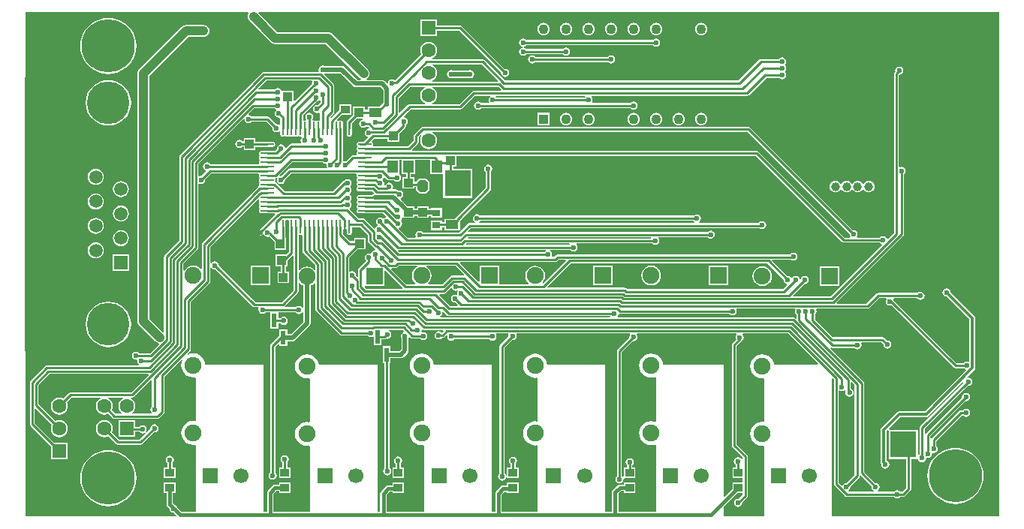
<source format=gbl>
G04*
G04 #@! TF.GenerationSoftware,Altium Limited,Altium NEXUS,2.1.9 (83)*
G04*
G04 Layer_Physical_Order=2*
G04 Layer_Color=16711680*
%FSLAX44Y44*%
%MOMM*%
G71*
G01*
G75*
%ADD11C,0.2540*%
%ADD18C,0.1000*%
%ADD24R,1.0000X0.9000*%
%ADD25R,1.4000X1.0000*%
%ADD31R,1.0000X1.0000*%
%ADD32R,0.6100X1.6100*%
%ADD40R,1.0000X1.0000*%
%ADD75C,0.5000*%
%ADD76C,1.0000*%
%ADD78C,0.4000*%
%ADD79C,0.3500*%
%ADD80R,1.9000X1.9000*%
%ADD81C,1.9000*%
%ADD82R,1.7000X1.7000*%
%ADD83C,1.7000*%
%ADD84C,4.0000*%
%ADD85C,6.0000*%
%ADD86R,1.6000X1.6000*%
%ADD87C,1.6000*%
%ADD88C,1.0000*%
%ADD89R,1.1000X1.1000*%
%ADD90C,1.1000*%
%ADD91C,4.8000*%
%ADD92C,1.5000*%
%ADD93R,1.5000X1.5000*%
%ADD94C,0.6000*%
%ADD95R,3.0000X3.0000*%
%ADD96R,1.1500X1.4000*%
G04:AMPARAMS|DCode=97|XSize=1.4mm|YSize=1.15mm|CornerRadius=0mm|HoleSize=0mm|Usage=FLASHONLY|Rotation=270.000|XOffset=0mm|YOffset=0mm|HoleType=Round|Shape=Octagon|*
%AMOCTAGOND97*
4,1,8,-0.2875,-0.7000,0.2875,-0.7000,0.5750,-0.4125,0.5750,0.4125,0.2875,0.7000,-0.2875,0.7000,-0.5750,0.4125,-0.5750,-0.4125,-0.2875,-0.7000,0.0*
%
%ADD97OCTAGOND97*%

%ADD98R,1.2000X1.4000*%
%ADD99R,0.9000X0.8000*%
%ADD100O,1.5500X0.2500*%
%ADD101O,0.2500X1.5500*%
G36*
X508189Y824196D02*
X507889Y823806D01*
X507232Y822219D01*
X507008Y820516D01*
X507232Y818813D01*
X507889Y817226D01*
X508935Y815863D01*
X533415Y791383D01*
X534778Y790337D01*
X536365Y789680D01*
X538068Y789456D01*
X595145D01*
X633395Y751206D01*
X634720Y750189D01*
X634734Y750067D01*
X634436Y748919D01*
X631023D01*
X616311Y763631D01*
X614980Y764520D01*
X613410Y764833D01*
X593823D01*
X593585Y764992D01*
X591820Y765343D01*
X590055Y764992D01*
X588558Y763992D01*
X587559Y762495D01*
X587207Y760730D01*
X587459Y759467D01*
X586660Y758197D01*
X525349D01*
X525349Y758197D01*
X524258Y757980D01*
X523334Y757362D01*
X430596Y664624D01*
X429978Y663700D01*
X429761Y662609D01*
X429761Y662609D01*
Y567853D01*
X413624Y551716D01*
X413006Y550791D01*
X412789Y549701D01*
X412789Y549701D01*
Y464627D01*
X411519Y464101D01*
X395962Y479658D01*
Y753686D01*
X440114Y797838D01*
X457454D01*
X459157Y798062D01*
X460744Y798719D01*
X462107Y799765D01*
X463153Y801128D01*
X463810Y802715D01*
X464034Y804418D01*
X463810Y806121D01*
X463153Y807708D01*
X462107Y809071D01*
X460744Y810117D01*
X459157Y810774D01*
X457454Y810998D01*
X437388D01*
X435685Y810774D01*
X434098Y810117D01*
X432735Y809071D01*
X384729Y761065D01*
X383683Y759702D01*
X383026Y758115D01*
X382802Y756412D01*
Y476932D01*
X383026Y475229D01*
X383683Y473642D01*
X384729Y472279D01*
X403191Y453817D01*
X404554Y452771D01*
X406141Y452114D01*
X406622Y452051D01*
X407077Y450710D01*
X397112Y440745D01*
X384791D01*
X384516Y441158D01*
X383019Y442158D01*
X381254Y442509D01*
X379489Y442158D01*
X377992Y441158D01*
X376992Y439661D01*
X376641Y437896D01*
X376992Y436131D01*
X377992Y434634D01*
X379489Y433634D01*
X381254Y433283D01*
X381705Y433373D01*
X382785Y432293D01*
X382737Y432054D01*
X383088Y430289D01*
X384088Y428792D01*
X384827Y428299D01*
X384442Y427029D01*
X280670D01*
X280670Y427029D01*
X279580Y426812D01*
X278656Y426194D01*
X278656Y426194D01*
X262146Y409684D01*
X261528Y408760D01*
X261311Y407670D01*
X261311Y407670D01*
Y360680D01*
X261311Y360680D01*
X261528Y359590D01*
X262146Y358666D01*
X285116Y335695D01*
Y320676D01*
X304164D01*
Y339724D01*
X289145D01*
X267009Y361860D01*
Y377543D01*
X268182Y378029D01*
X286171Y360041D01*
X285361Y358086D01*
X285034Y355600D01*
X285361Y353114D01*
X286321Y350797D01*
X287847Y348807D01*
X289837Y347281D01*
X292154Y346321D01*
X294640Y345994D01*
X297126Y346321D01*
X299443Y347281D01*
X301433Y348807D01*
X302959Y350797D01*
X303919Y353114D01*
X304246Y355600D01*
X303919Y358086D01*
X302959Y360403D01*
X301433Y362393D01*
X299443Y363919D01*
X297126Y364879D01*
X294640Y365206D01*
X292154Y364879D01*
X290199Y364069D01*
X271073Y383196D01*
Y404807D01*
X283533Y417267D01*
X394965D01*
X395451Y416094D01*
X375906Y396549D01*
X307340D01*
X307340Y396549D01*
X306250Y396332D01*
X305326Y395714D01*
X305326Y395714D01*
X299081Y389469D01*
X297126Y390279D01*
X294640Y390606D01*
X292154Y390279D01*
X289837Y389319D01*
X287847Y387793D01*
X286321Y385803D01*
X285361Y383486D01*
X285034Y381000D01*
X285361Y378514D01*
X286321Y376197D01*
X287847Y374207D01*
X289837Y372681D01*
X292154Y371721D01*
X294640Y371394D01*
X297126Y371721D01*
X299443Y372681D01*
X301433Y374207D01*
X302959Y376197D01*
X303919Y378514D01*
X304246Y381000D01*
X303919Y383486D01*
X303109Y385441D01*
X308520Y390851D01*
X341017D01*
X341270Y389581D01*
X340637Y389319D01*
X338647Y387793D01*
X337121Y385803D01*
X336161Y383486D01*
X335834Y381000D01*
X336161Y378514D01*
X337121Y376197D01*
X338647Y374207D01*
X340637Y372681D01*
X342954Y371721D01*
X345440Y371394D01*
X347926Y371721D01*
X349881Y372531D01*
X354856Y367556D01*
X354856Y367556D01*
X355780Y366938D01*
X356870Y366721D01*
X356870Y366721D01*
X405384D01*
X405384Y366721D01*
X406474Y366938D01*
X407288Y367482D01*
X407350Y367494D01*
X408274Y368112D01*
X412478Y372316D01*
X412478Y372316D01*
X413096Y373240D01*
X413313Y374330D01*
X413313Y374330D01*
Y414403D01*
X432541Y433631D01*
X433617Y432912D01*
X432617Y430498D01*
X432154Y426974D01*
X432617Y423450D01*
X433978Y420166D01*
X436142Y417346D01*
X438962Y415182D01*
X442246Y413821D01*
X445770Y413358D01*
X447863Y413633D01*
X448818Y412796D01*
Y364952D01*
X447863Y364115D01*
X445770Y364390D01*
X442246Y363927D01*
X438962Y362566D01*
X436142Y360402D01*
X433978Y357582D01*
X432617Y354298D01*
X432154Y350774D01*
X432617Y347250D01*
X433978Y343966D01*
X436142Y341146D01*
X438962Y338982D01*
X442246Y337621D01*
X445770Y337158D01*
X447863Y337433D01*
X448818Y336596D01*
Y262117D01*
X432320D01*
X428042Y266395D01*
X427934Y266941D01*
X426934Y268438D01*
X425437Y269438D01*
X424891Y269546D01*
X422693Y271744D01*
Y282656D01*
X425624D01*
Y294704D01*
X412576D01*
Y282656D01*
X415507D01*
Y270256D01*
X415780Y268881D01*
X416559Y267715D01*
X419066Y265209D01*
X419059Y265176D01*
X419411Y263411D01*
X420410Y261914D01*
X421907Y260914D01*
X423672Y260563D01*
X423705Y260570D01*
X426528Y257747D01*
X426042Y256574D01*
X256574D01*
Y825467D01*
X507563D01*
X508189Y824196D01*
D02*
G37*
G36*
X789509Y748242D02*
X789023Y747069D01*
X715623D01*
X715370Y748339D01*
X716003Y748601D01*
X717993Y750127D01*
X719519Y752117D01*
X720479Y754434D01*
X720806Y756920D01*
X720479Y759406D01*
X719519Y761723D01*
X717993Y763713D01*
X716003Y765239D01*
X715370Y765501D01*
X715623Y766771D01*
X770980D01*
X789509Y748242D01*
D02*
G37*
G36*
X793223Y738179D02*
X792697Y736909D01*
X762000D01*
X762000Y736909D01*
X760910Y736692D01*
X759986Y736074D01*
X759986Y736074D01*
X745580Y721669D01*
X715623D01*
X715370Y722939D01*
X716003Y723201D01*
X717993Y724727D01*
X719519Y726717D01*
X720479Y729034D01*
X720806Y731520D01*
X720479Y734006D01*
X719519Y736323D01*
X717993Y738313D01*
X716003Y739839D01*
X715370Y740101D01*
X715623Y741371D01*
X790030D01*
X793223Y738179D01*
D02*
G37*
G36*
X888185Y729941D02*
X887655Y729289D01*
X787475D01*
X786945Y729941D01*
X787484Y731211D01*
X887646D01*
X888185Y729941D01*
D02*
G37*
G36*
X579906Y747450D02*
X579921Y747165D01*
X579587Y745490D01*
X579684Y745003D01*
X560147Y725466D01*
X558974Y725952D01*
Y736774D01*
X545926D01*
X544977Y737550D01*
X544282Y738592D01*
X542785Y739592D01*
X541020Y739943D01*
X539255Y739592D01*
X537758Y738592D01*
X537482Y738179D01*
X519615D01*
X519129Y739352D01*
X528212Y748435D01*
X579380D01*
X579906Y747450D01*
D02*
G37*
G36*
X707030Y740101D02*
X706397Y739839D01*
X704407Y738313D01*
X702881Y736323D01*
X701921Y734006D01*
X701594Y731520D01*
X701921Y729034D01*
X702881Y726717D01*
X704407Y724727D01*
X706397Y723201D01*
X707030Y722939D01*
X706777Y721669D01*
X689675D01*
X689675Y721669D01*
X688585Y721452D01*
X687660Y720834D01*
X687660Y720834D01*
X678646Y711820D01*
X677473Y712306D01*
Y728657D01*
X690187Y741371D01*
X706777D01*
X707030Y740101D01*
D02*
G37*
G36*
X588971Y725692D02*
Y723810D01*
X585957Y720796D01*
X585470Y720893D01*
X583705Y720542D01*
X582208Y719542D01*
X581208Y718045D01*
X580857Y716280D01*
X581208Y714515D01*
X582208Y713018D01*
X583705Y712019D01*
X585470Y711667D01*
X587235Y712019D01*
X587581Y712250D01*
X588851Y711571D01*
Y703986D01*
X588251Y703530D01*
X587581Y703213D01*
X586700Y703388D01*
X585618Y703173D01*
X585065Y702803D01*
X584200Y702649D01*
X583335Y702803D01*
X582782Y703173D01*
X581700Y703388D01*
X580799Y703209D01*
X580657Y703265D01*
X580452Y703483D01*
X580429Y703513D01*
X580018Y704250D01*
X580899Y705568D01*
X581250Y707333D01*
X580899Y709098D01*
X579899Y710594D01*
X578402Y711594D01*
X576637Y711945D01*
X574872Y711594D01*
X573376Y710594D01*
X572376Y709098D01*
X572025Y707333D01*
X572376Y705568D01*
X573235Y704282D01*
X572540Y703232D01*
X572531Y703223D01*
X571700Y703388D01*
X570819Y703213D01*
X570148Y703530D01*
X569549Y703986D01*
Y709030D01*
X585056Y724538D01*
X585965Y724718D01*
X587462Y725718D01*
X587701Y726077D01*
X588971Y725692D01*
D02*
G37*
G36*
X626423Y741915D02*
X627754Y741025D01*
X629324Y740713D01*
X656835D01*
X660107Y737441D01*
Y723363D01*
X659949Y723125D01*
X659902Y722891D01*
X656005Y718994D01*
X642986D01*
Y715319D01*
X638984D01*
Y718614D01*
X625936D01*
Y709595D01*
X619706Y703364D01*
X619088Y702440D01*
X618871Y701350D01*
X618871Y701350D01*
Y694161D01*
X618851Y694060D01*
X618872Y693957D01*
Y687560D01*
X619087Y686478D01*
X619700Y685560D01*
X620618Y684947D01*
X621700Y684732D01*
X622782Y684947D01*
X623700Y685560D01*
X624313Y686478D01*
X624528Y687560D01*
Y693877D01*
X624569Y694080D01*
X624569Y694080D01*
Y700170D01*
X629965Y705566D01*
X636980D01*
X637105Y704296D01*
X635775Y704032D01*
X634278Y703032D01*
X633279Y701535D01*
X632927Y699770D01*
X633279Y698005D01*
X634278Y696508D01*
X635775Y695508D01*
X637540Y695157D01*
X639305Y695508D01*
X640481Y696294D01*
X643170D01*
X644084Y695380D01*
X643519Y694149D01*
X642125Y693872D01*
X640628Y692872D01*
X639628Y691375D01*
X639277Y689610D01*
X639628Y687845D01*
X640628Y686348D01*
X642125Y685349D01*
X642574Y685259D01*
X642992Y683881D01*
X638270Y679159D01*
X632990D01*
X631900Y678942D01*
X631873Y678924D01*
X631868Y678923D01*
X630950Y678310D01*
X630337Y677392D01*
X630122Y676310D01*
X630337Y675228D01*
X630706Y674675D01*
X630861Y673810D01*
X630706Y672945D01*
X630337Y672392D01*
X630122Y671310D01*
X630337Y670228D01*
X630706Y669675D01*
X630861Y668810D01*
X630706Y667945D01*
X630337Y667392D01*
X630122Y666310D01*
X630297Y665429D01*
X629980Y664758D01*
X629524Y664159D01*
X625750D01*
X625750Y664159D01*
X624660Y663942D01*
X623736Y663324D01*
X623736Y663324D01*
X617707Y657296D01*
X617220Y657393D01*
X615819Y657114D01*
X614549Y657847D01*
Y694060D01*
X614528Y694163D01*
Y700560D01*
X614313Y701642D01*
X613700Y702560D01*
X612782Y703173D01*
X611700Y703388D01*
X610618Y703173D01*
X610065Y702803D01*
X609200Y702649D01*
X608335Y702803D01*
X608145Y702931D01*
X607787Y704368D01*
X612795Y709376D01*
X623744D01*
Y721424D01*
X610696D01*
Y715335D01*
X601559Y706197D01*
X600192Y706627D01*
X600102Y707129D01*
X603692Y710719D01*
X603692Y710719D01*
X604310Y711643D01*
X604527Y712734D01*
Y742649D01*
X604310Y743739D01*
X603692Y744664D01*
X603692Y744664D01*
X593202Y755154D01*
X593483Y756355D01*
X593644Y756508D01*
X593823Y756627D01*
X611711D01*
X626423Y741915D01*
D02*
G37*
G36*
X537758Y716828D02*
X539021Y715984D01*
X539199Y715044D01*
X539163Y714552D01*
X539028Y714462D01*
X538028Y712965D01*
X537677Y711200D01*
X538028Y709435D01*
X539028Y707938D01*
X540525Y706938D01*
X542290Y706587D01*
X542777Y706684D01*
X543851Y705610D01*
Y698807D01*
X542581Y698239D01*
X541515Y698951D01*
X539750Y699303D01*
X539263Y699206D01*
X531604Y706864D01*
X530680Y707482D01*
X529590Y707699D01*
X529590Y707699D01*
X511538D01*
X511262Y708112D01*
X509765Y709111D01*
X508231Y709417D01*
X507855Y710107D01*
X507721Y710702D01*
X514260Y717241D01*
X537482D01*
X537758Y716828D01*
D02*
G37*
G36*
X502743Y704995D02*
X503433Y704619D01*
X503739Y703085D01*
X504738Y701588D01*
X506235Y700589D01*
X508000Y700237D01*
X509765Y700589D01*
X511262Y701588D01*
X511538Y702001D01*
X528410D01*
X535234Y695177D01*
X535137Y694690D01*
X535489Y692925D01*
X536488Y691428D01*
X537985Y690428D01*
X539750Y690077D01*
X541515Y690428D01*
X542602Y691154D01*
X543872Y690604D01*
Y687560D01*
X544087Y686478D01*
X544700Y685560D01*
X545618Y684947D01*
X546700Y684732D01*
X547782Y684947D01*
X548700Y685560D01*
X549700D01*
X550618Y684947D01*
X551700Y684732D01*
X552782Y684947D01*
X553335Y685316D01*
X554200Y685471D01*
X555065Y685316D01*
X555618Y684947D01*
X556700Y684732D01*
X557782Y684947D01*
X558335Y685316D01*
X559200Y685471D01*
X560065Y685316D01*
X560618Y684947D01*
X561700Y684732D01*
X562782Y684947D01*
X563700Y685560D01*
X564700D01*
X565618Y684947D01*
X566700Y684732D01*
X567425Y684876D01*
X567566Y684721D01*
X568068Y683727D01*
X567239Y682485D01*
X566887Y680720D01*
X567239Y678955D01*
X567550Y678489D01*
X566871Y677219D01*
X556260D01*
X555170Y677002D01*
X554246Y676384D01*
X554246Y676384D01*
X550564Y672703D01*
X549186Y673121D01*
X549091Y673595D01*
X548092Y675092D01*
X546595Y676092D01*
X544830Y676443D01*
X543065Y676092D01*
X541568Y675092D01*
X540569Y673595D01*
X540217Y671830D01*
X540314Y671343D01*
X538150Y669179D01*
X528970D01*
X528970Y669179D01*
X528767Y669138D01*
X522450D01*
X521368Y668923D01*
X520450Y668310D01*
X519837Y667392D01*
X519622Y666310D01*
X519837Y665228D01*
X520206Y664675D01*
X520361Y663810D01*
X520206Y662945D01*
X519837Y662392D01*
X519622Y661310D01*
X519837Y660228D01*
X520206Y659675D01*
X520361Y658810D01*
X520206Y657945D01*
X519837Y657392D01*
X519622Y656310D01*
X519797Y655429D01*
X519480Y654759D01*
X519024Y654159D01*
X464748D01*
X464472Y654572D01*
X462975Y655572D01*
X461210Y655923D01*
X459445Y655572D01*
X457948Y654572D01*
X456949Y653075D01*
X456597Y651310D01*
X456949Y649545D01*
X457948Y648048D01*
X459445Y647048D01*
X459763Y646985D01*
X460131Y645770D01*
X455147Y640786D01*
X454660Y640883D01*
X452985Y640549D01*
X452700Y640564D01*
X451715Y641090D01*
Y654696D01*
X502148Y705129D01*
X502743Y704995D01*
D02*
G37*
G36*
X1185940Y575331D02*
X1185885Y575056D01*
X1186236Y573291D01*
X1186887Y572317D01*
X1186243Y571047D01*
X1180502D01*
X1083224Y668324D01*
X1082300Y668942D01*
X1081210Y669159D01*
X1081210Y669159D01*
X692764D01*
X692237Y670429D01*
X698984Y677176D01*
X698984Y677176D01*
X699602Y678100D01*
X699819Y679190D01*
Y684360D01*
X702263Y686805D01*
X703220Y685965D01*
X702881Y685523D01*
X701921Y683206D01*
X701594Y680720D01*
X701921Y678234D01*
X702881Y675917D01*
X704407Y673927D01*
X706397Y672401D01*
X708714Y671441D01*
X711200Y671114D01*
X713686Y671441D01*
X716003Y672401D01*
X717993Y673927D01*
X719519Y675917D01*
X720479Y678234D01*
X720806Y680720D01*
X720479Y683206D01*
X719519Y685523D01*
X717993Y687513D01*
X716003Y689039D01*
X715370Y689301D01*
X715623Y690571D01*
X1070700D01*
X1185940Y575331D01*
D02*
G37*
G36*
X592368Y655868D02*
X593865Y654868D01*
X595630Y654517D01*
X596208Y653337D01*
X596097Y652780D01*
X596449Y651015D01*
X596840Y650429D01*
X596161Y649159D01*
X554870D01*
X554870Y649159D01*
X553780Y648942D01*
X552856Y648324D01*
X552856Y648324D01*
X545317Y640786D01*
X544830Y640883D01*
X543591Y640636D01*
X542965Y641807D01*
X557440Y656281D01*
X592093D01*
X592368Y655868D01*
D02*
G37*
G36*
X629980Y642861D02*
X630297Y642191D01*
X630122Y641310D01*
X630337Y640228D01*
X630706Y639675D01*
X630861Y638810D01*
X630706Y637945D01*
X630337Y637392D01*
X630122Y636310D01*
X630337Y635228D01*
X630706Y634675D01*
X630861Y633810D01*
X630706Y632945D01*
X630337Y632392D01*
X630122Y631310D01*
X630337Y630228D01*
X630706Y629675D01*
X630861Y628810D01*
X630706Y627945D01*
X630337Y627392D01*
X630122Y626310D01*
X630337Y625228D01*
X630950Y624310D01*
X631868Y623697D01*
X632950Y623482D01*
X639267D01*
X639470Y623441D01*
X639470Y623441D01*
X647639D01*
X649448Y621632D01*
X649060Y620224D01*
X648013Y619525D01*
X647719Y619231D01*
X647684Y619179D01*
X639470D01*
X639470Y619179D01*
X639267Y619138D01*
X632950D01*
X631868Y618923D01*
X630950Y618310D01*
X630337Y617392D01*
X630122Y616310D01*
X630337Y615228D01*
X630706Y614675D01*
X630861Y613810D01*
X630706Y612945D01*
X630337Y612392D01*
X630122Y611310D01*
X630337Y610228D01*
X630706Y609675D01*
X630861Y608810D01*
X630706Y607945D01*
X630337Y607392D01*
X630122Y606310D01*
X630337Y605228D01*
X630706Y604675D01*
X630861Y603810D01*
X630706Y602945D01*
X630337Y602392D01*
X630122Y601310D01*
X630337Y600228D01*
X630950Y599310D01*
X631868Y598697D01*
X632950Y598482D01*
X639347D01*
X639450Y598461D01*
X659919D01*
X663361Y595019D01*
X662943Y593641D01*
X662445Y593541D01*
X661246Y592741D01*
X660400Y592620D01*
X659554Y592741D01*
X658355Y593541D01*
X656590Y593893D01*
X654825Y593541D01*
X653328Y592542D01*
X652328Y591045D01*
X651977Y589280D01*
X652328Y587515D01*
X653328Y586018D01*
X653463Y585928D01*
X653499Y585436D01*
X653322Y584496D01*
X652058Y583652D01*
X651059Y582155D01*
X650964Y581681D01*
X649586Y581263D01*
X638945Y591904D01*
X638021Y592522D01*
X636930Y592738D01*
X636930Y592738D01*
X632360D01*
X622110Y602989D01*
X622305Y604590D01*
X623022Y605068D01*
X624021Y606565D01*
X624373Y608330D01*
X624021Y610095D01*
X623220Y611294D01*
X623100Y612140D01*
X623220Y612986D01*
X624021Y614185D01*
X624373Y615950D01*
X624021Y617715D01*
X623022Y619212D01*
X622393Y619631D01*
Y621159D01*
X623022Y621578D01*
X624021Y623075D01*
X624373Y624840D01*
X624021Y626605D01*
X623220Y627804D01*
X623100Y628650D01*
X623220Y629496D01*
X624021Y630695D01*
X624373Y632460D01*
X624021Y634225D01*
X623022Y635722D01*
X621525Y636721D01*
X619760Y637073D01*
X617995Y636721D01*
X616498Y635722D01*
X616214Y635296D01*
X615188Y635092D01*
X614264Y634474D01*
X603012Y623223D01*
X549206D01*
X539124Y633304D01*
X538558Y633683D01*
X538093Y634943D01*
X538063Y635228D01*
X538278Y636310D01*
X538099Y637211D01*
X538219Y637632D01*
X538816Y638552D01*
X539502Y638689D01*
X539990Y638390D01*
X540526Y637823D01*
X540217Y636270D01*
X540569Y634505D01*
X541568Y633008D01*
X543065Y632009D01*
X544830Y631657D01*
X546595Y632009D01*
X548092Y633008D01*
X549091Y634505D01*
X549443Y636270D01*
X549346Y636757D01*
X556050Y643461D01*
X629524D01*
X629980Y642861D01*
D02*
G37*
G36*
X519480D02*
X519797Y642191D01*
X519622Y641310D01*
X519837Y640228D01*
X520206Y639675D01*
X520361Y638810D01*
X520206Y637945D01*
X519837Y637392D01*
X519622Y636310D01*
X519837Y635228D01*
X520206Y634675D01*
X520361Y633810D01*
X520206Y632945D01*
X519837Y632392D01*
X519622Y631310D01*
X519837Y630228D01*
X519848Y630212D01*
X519852Y629966D01*
X519396Y628603D01*
X518949Y628304D01*
X518949Y628304D01*
X456202Y565557D01*
X455584Y564633D01*
X455367Y563542D01*
X455367Y563542D01*
Y536151D01*
X454165Y535743D01*
X453632Y536436D01*
X451330Y538203D01*
X448648Y539314D01*
X445770Y539693D01*
X442892Y539314D01*
X440210Y538203D01*
X437908Y536436D01*
X436141Y534134D01*
X436013Y533825D01*
X434743Y534078D01*
Y541788D01*
X450880Y557925D01*
X451498Y558850D01*
X451715Y559940D01*
X451715Y559940D01*
Y631450D01*
X452700Y631976D01*
X452985Y631991D01*
X454660Y631657D01*
X456425Y632009D01*
X457922Y633008D01*
X458922Y634505D01*
X459273Y636270D01*
X459176Y636757D01*
X465880Y643461D01*
X519024D01*
X519480Y642861D01*
D02*
G37*
G36*
X1177308Y566184D02*
X1177308Y566184D01*
X1178232Y565566D01*
X1179322Y565349D01*
X1220235D01*
X1220510Y564936D01*
X1221948Y563976D01*
X1222109Y563823D01*
X1222390Y562622D01*
X1175561Y515793D01*
X1174598Y516626D01*
X1174598Y517766D01*
Y538582D01*
X1152550D01*
Y516534D01*
X1173331D01*
X1174506Y516534D01*
X1175339Y515571D01*
X1164473Y504705D01*
X1122533D01*
X1122047Y505878D01*
X1134893Y518724D01*
X1135380Y518627D01*
X1137145Y518979D01*
X1138642Y519978D01*
X1139641Y521475D01*
X1139993Y523240D01*
X1139641Y525005D01*
X1138642Y526502D01*
X1137145Y527501D01*
X1135380Y527853D01*
X1133615Y527501D01*
X1132118Y526502D01*
X1131118Y525005D01*
X1130947Y524145D01*
X1129653D01*
X1129482Y525005D01*
X1128482Y526502D01*
X1126985Y527501D01*
X1125220Y527853D01*
X1123455Y527501D01*
X1121958Y526502D01*
X1121539Y525873D01*
X1120011D01*
X1119592Y526502D01*
X1118095Y527501D01*
X1116330Y527853D01*
X1115843Y527756D01*
X1098425Y545174D01*
X1098911Y546347D01*
X1119489D01*
X1120915Y545395D01*
X1122680Y545043D01*
X1124445Y545395D01*
X1125942Y546394D01*
X1126942Y547891D01*
X1127293Y549656D01*
X1126942Y551421D01*
X1125942Y552918D01*
X1124445Y553918D01*
X1122680Y554269D01*
X1120915Y553918D01*
X1119418Y552918D01*
X1118835Y552045D01*
X856790D01*
X855700Y551828D01*
X854776Y551210D01*
X854776Y551210D01*
X852816Y549251D01*
X850640D01*
X850114Y550235D01*
X850099Y550521D01*
X850433Y552196D01*
X850081Y553961D01*
X849082Y555458D01*
X848271Y555999D01*
X848656Y557269D01*
X871032D01*
X871308Y556856D01*
X872805Y555857D01*
X874570Y555505D01*
X876335Y555857D01*
X877832Y556856D01*
X878831Y558353D01*
X879183Y560118D01*
X878831Y561883D01*
X877873Y563317D01*
X877946Y563668D01*
X878310Y564587D01*
X963186D01*
X963462Y564174D01*
X964959Y563175D01*
X966724Y562823D01*
X968489Y563175D01*
X969986Y564174D01*
X970985Y565671D01*
X971337Y567436D01*
X970985Y569201D01*
X970165Y570429D01*
X970488Y571376D01*
X970727Y571699D01*
X1025670D01*
X1025946Y571286D01*
X1027443Y570286D01*
X1029208Y569935D01*
X1030973Y570286D01*
X1032470Y571286D01*
X1033469Y572783D01*
X1033821Y574548D01*
X1033469Y576313D01*
X1032470Y577810D01*
X1030973Y578810D01*
X1029208Y579161D01*
X1027443Y578810D01*
X1025946Y577810D01*
X1025670Y577397D01*
X756059D01*
X755573Y578570D01*
X758862Y581859D01*
X1084255D01*
X1085609Y580955D01*
X1087374Y580603D01*
X1089139Y580955D01*
X1090636Y581954D01*
X1091636Y583451D01*
X1091987Y585216D01*
X1091636Y586981D01*
X1090636Y588478D01*
X1089139Y589478D01*
X1087374Y589829D01*
X1085609Y589478D01*
X1084112Y588478D01*
X1083497Y587557D01*
X1016622D01*
X1016237Y588827D01*
X1016976Y589320D01*
X1017975Y590817D01*
X1018327Y592582D01*
X1017975Y594347D01*
X1016976Y595844D01*
X1015479Y596843D01*
X1013714Y597195D01*
X1011949Y596843D01*
X1010595Y595939D01*
X769348D01*
X769072Y596352D01*
X767575Y597351D01*
X765810Y597703D01*
X764045Y597351D01*
X762548Y596352D01*
X761548Y594855D01*
X761197Y593090D01*
X761548Y591325D01*
X762548Y589828D01*
X764045Y588829D01*
X764054Y588827D01*
X763929Y587557D01*
X757682D01*
X757682Y587557D01*
X756592Y587340D01*
X755668Y586722D01*
X755668Y586722D01*
X747390Y578445D01*
X746394Y579245D01*
X746394Y580318D01*
Y589085D01*
X746449Y589360D01*
X746449Y589360D01*
Y590180D01*
X780524Y624256D01*
X780524Y624256D01*
X781142Y625180D01*
X781359Y626270D01*
X781359Y626270D01*
Y645433D01*
X781772Y645708D01*
X782772Y647205D01*
X783123Y648970D01*
X782772Y650735D01*
X781772Y652232D01*
X780275Y653232D01*
X778510Y653583D01*
X776745Y653232D01*
X775248Y652232D01*
X774249Y650735D01*
X773897Y648970D01*
X774249Y647205D01*
X775248Y645708D01*
X775661Y645433D01*
Y627450D01*
X741586Y593374D01*
X740968Y592450D01*
X740909Y592154D01*
X729346D01*
Y588479D01*
X726114D01*
Y590344D01*
X714066D01*
Y579296D01*
X726114D01*
Y582781D01*
X729346D01*
Y579106D01*
X745132D01*
X746255Y579106D01*
X747055Y578110D01*
X745834Y576889D01*
X704577D01*
X704302Y577302D01*
X702805Y578302D01*
X701040Y578653D01*
X699275Y578302D01*
X697778Y577302D01*
X696778Y575805D01*
X696427Y574040D01*
X696761Y572365D01*
X696746Y572080D01*
X696220Y571095D01*
X687694D01*
X677783Y581006D01*
X678201Y582384D01*
X678675Y582478D01*
X680172Y583478D01*
X681171Y584975D01*
X681523Y586740D01*
X681171Y588505D01*
X680370Y589704D01*
X680250Y590550D01*
X680370Y591396D01*
X681013Y592358D01*
X681139Y592505D01*
X682042Y593296D01*
X682042Y593296D01*
X694864D01*
Y595717D01*
X698326D01*
Y593296D01*
X711374D01*
Y595217D01*
X714066D01*
Y593296D01*
X726114D01*
Y604344D01*
X714066D01*
Y603423D01*
X711374D01*
Y606344D01*
X698326D01*
Y603923D01*
X694864D01*
Y606344D01*
X687618D01*
X681589Y612373D01*
X681127Y612682D01*
X679534Y614275D01*
X679846Y615302D01*
X680042Y615563D01*
X681442Y616498D01*
X682441Y617995D01*
X682793Y619760D01*
X682441Y621525D01*
X681442Y623022D01*
X679945Y624021D01*
X678180Y624373D01*
X676912Y624120D01*
X676416Y624616D01*
X675492Y625234D01*
X674402Y625451D01*
X674402Y625451D01*
X671400D01*
X670802Y626571D01*
X671012Y626885D01*
X671363Y628650D01*
X671012Y630415D01*
X670012Y631912D01*
X668515Y632911D01*
X666750Y633263D01*
X664985Y632911D01*
X663488Y631912D01*
X662488Y630415D01*
X662456Y630252D01*
X662018Y630187D01*
X661735Y630335D01*
X660975Y631316D01*
X661203Y632460D01*
X660852Y634225D01*
X660020Y635470D01*
X659812Y636858D01*
X660811Y638355D01*
X660850Y638546D01*
X662065Y638915D01*
X664184Y636796D01*
X664184Y636796D01*
X665108Y636178D01*
X666199Y635961D01*
X672103D01*
X672378Y635548D01*
X673875Y634548D01*
X675640Y634197D01*
X677405Y634548D01*
X678902Y635548D01*
X679902Y637045D01*
X680253Y638810D01*
X679902Y640575D01*
X678902Y642072D01*
X678807Y642135D01*
X677974Y642986D01*
X677974D01*
X677974Y642986D01*
Y658455D01*
X680926D01*
Y642986D01*
X685601D01*
Y639364D01*
X681816D01*
Y626316D01*
X694864D01*
Y628341D01*
X697196D01*
Y624193D01*
X700833Y620556D01*
X708107D01*
X711744Y624193D01*
Y633967D01*
X708107Y637604D01*
X706245D01*
X705560Y638062D01*
X704470Y638279D01*
X703380Y638062D01*
X702694Y637604D01*
X700833D01*
X697268Y634039D01*
X694864D01*
Y639364D01*
X691299D01*
Y642986D01*
X695974D01*
Y658455D01*
X713196D01*
Y642556D01*
X727696D01*
Y615936D01*
X760744D01*
Y648984D01*
X739069D01*
Y651336D01*
X742744D01*
Y663461D01*
X1080030D01*
X1177308Y566184D01*
D02*
G37*
G36*
X1010452Y589320D02*
X1011191Y588827D01*
X1010806Y587557D01*
X767691D01*
X767566Y588827D01*
X767575Y588829D01*
X769072Y589828D01*
X769348Y590241D01*
X1009837D01*
X1010452Y589320D01*
D02*
G37*
G36*
X642613Y573828D02*
Y567417D01*
X642613Y567417D01*
X642830Y566326D01*
X643448Y565402D01*
X649666Y559184D01*
X649666Y559184D01*
X650590Y558567D01*
X651093Y558467D01*
X651307Y558103D01*
X651163Y557682D01*
X650585Y556830D01*
X649127Y556540D01*
X647630Y555540D01*
X646631Y554044D01*
X646563Y553706D01*
X645129Y553006D01*
X643890Y553253D01*
X642125Y552901D01*
X640628Y551902D01*
X639628Y550405D01*
X639277Y548640D01*
X639628Y546875D01*
X640628Y545378D01*
X640136Y544180D01*
X632484Y536528D01*
X631866Y535603D01*
X631649Y534513D01*
X631649Y534513D01*
Y527199D01*
X630476Y526713D01*
X629156Y528033D01*
X629253Y528520D01*
X628901Y530285D01*
X627902Y531782D01*
X626405Y532781D01*
X624640Y533133D01*
X622965Y532799D01*
X622679Y532814D01*
X621695Y533340D01*
Y548196D01*
X631235Y557736D01*
X640254D01*
Y570784D01*
X627206D01*
Y567109D01*
X622720D01*
X614569Y575260D01*
Y580096D01*
X614997Y580439D01*
X615839Y580883D01*
X616700Y580711D01*
X617602Y580891D01*
X618159Y580654D01*
X618872Y580123D01*
Y577060D01*
X619087Y575978D01*
X619700Y575060D01*
X620618Y574447D01*
X621700Y574232D01*
X622782Y574447D01*
X623700Y575060D01*
X624313Y575978D01*
X624528Y577060D01*
Y582977D01*
X633464D01*
X642613Y573828D01*
D02*
G37*
G36*
X962119Y570429D02*
X961990Y570285D01*
X756065D01*
X755386Y571555D01*
X755483Y571699D01*
X961548D01*
X962119Y570429D01*
D02*
G37*
G36*
X870441Y563317D02*
X870327Y563119D01*
X870086Y562967D01*
X754229D01*
X753576Y564237D01*
X753827Y564587D01*
X869706D01*
X870441Y563317D01*
D02*
G37*
G36*
X843369Y555999D02*
X842558Y555458D01*
X842282Y555045D01*
X677553D01*
X676599Y555999D01*
X677125Y557269D01*
X842984D01*
X843369Y555999D01*
D02*
G37*
G36*
X866113Y545174D02*
X840231Y519291D01*
X840056Y519332D01*
X840042Y519346D01*
X839615Y520739D01*
X840971Y522506D01*
X842082Y525188D01*
X842461Y528066D01*
X842082Y530944D01*
X840971Y533626D01*
X839204Y535928D01*
X836902Y537695D01*
X834220Y538806D01*
X831342Y539185D01*
X828464Y538806D01*
X825782Y537695D01*
X823480Y535928D01*
X821713Y533626D01*
X820602Y530944D01*
X820223Y528066D01*
X820602Y525188D01*
X821713Y522506D01*
X823480Y520204D01*
X823975Y519823D01*
X823567Y518621D01*
X790550D01*
Y539344D01*
X768502D01*
Y522081D01*
X767329Y521595D01*
X746544Y542380D01*
X747029Y543553D01*
X853996D01*
X853996Y543553D01*
X855086Y543770D01*
X856010Y544388D01*
X857970Y546347D01*
X865627D01*
X866113Y545174D01*
D02*
G37*
G36*
X698302Y538171D02*
X697766Y537949D01*
X695464Y536182D01*
X693697Y533880D01*
X692586Y531198D01*
X692207Y528320D01*
X692586Y525442D01*
X693697Y522760D01*
X695464Y520458D01*
X696157Y519925D01*
X695749Y518723D01*
X685801D01*
X669002Y535522D01*
X669488Y536695D01*
X673656D01*
X673656Y536695D01*
X674746Y536912D01*
X675670Y537530D01*
X677582Y539441D01*
X698049D01*
X698302Y538171D01*
D02*
G37*
G36*
X566700Y574232D02*
X567581Y574407D01*
X568252Y574090D01*
X568851Y573634D01*
Y555995D01*
X568851Y555995D01*
X569068Y554905D01*
X569686Y553981D01*
X583485Y540181D01*
Y535079D01*
X582283Y534671D01*
X581902Y535166D01*
X579600Y536933D01*
X576918Y538044D01*
X574040Y538423D01*
X571162Y538044D01*
X568480Y536933D01*
X566178Y535166D01*
X565751Y534611D01*
X564549Y535019D01*
Y573634D01*
X565149Y574090D01*
X565819Y574407D01*
X566700Y574232D01*
D02*
G37*
G36*
X751321Y529545D02*
X751082Y528787D01*
X750743Y528327D01*
X737597D01*
X736507Y528110D01*
X735582Y527492D01*
X735582Y527492D01*
X726813Y518723D01*
X710903D01*
X710495Y519925D01*
X711188Y520458D01*
X712955Y522760D01*
X714066Y525442D01*
X714445Y528320D01*
X714066Y531198D01*
X712955Y533880D01*
X711188Y536182D01*
X708886Y537949D01*
X708350Y538171D01*
X708603Y539441D01*
X741425D01*
X751321Y529545D01*
D02*
G37*
G36*
X681886Y514581D02*
X681360Y513311D01*
X640735D01*
X638909Y515137D01*
X639562Y516280D01*
X661264D01*
Y533543D01*
X662437Y534029D01*
X681886Y514581D01*
D02*
G37*
G36*
X1111814Y523727D02*
X1111717Y523240D01*
X1112068Y521475D01*
X1113068Y519978D01*
X1114565Y518979D01*
X1115039Y518884D01*
X1115457Y517506D01*
X1110784Y512833D01*
X935287D01*
X934397Y513722D01*
X933473Y514340D01*
X932383Y514557D01*
X932383Y514557D01*
X845213D01*
X844727Y515730D01*
X871280Y542283D01*
X1093258D01*
X1111814Y523727D01*
D02*
G37*
G36*
X737258Y513970D02*
X737469Y513779D01*
X738418Y512358D01*
X739915Y511358D01*
X741680Y511007D01*
X743284Y511326D01*
X743695Y510968D01*
X744124Y510297D01*
X743768Y509765D01*
X743417Y508000D01*
X743509Y507541D01*
X743400Y507353D01*
X742408Y506563D01*
X741124Y506819D01*
X739359Y506468D01*
X737862Y505468D01*
X736862Y503971D01*
X736511Y502206D01*
X736862Y500441D01*
X737862Y498944D01*
X739359Y497944D01*
X741124Y497593D01*
X741611Y497690D01*
X744091Y495210D01*
X743605Y494037D01*
X735542D01*
X723139Y506440D01*
X723625Y507613D01*
X728328D01*
X728328Y507613D01*
X729418Y507830D01*
X730342Y508448D01*
X736189Y514294D01*
X737258Y513970D01*
D02*
G37*
G36*
X519819Y613664D02*
X520228Y613066D01*
X520206Y612945D01*
X519837Y612392D01*
X519622Y611310D01*
X519837Y610228D01*
X520206Y609675D01*
X520361Y608810D01*
X520206Y607945D01*
X519837Y607392D01*
X519622Y606310D01*
X519837Y605228D01*
X520206Y604675D01*
X520361Y603810D01*
X520206Y602945D01*
X519837Y602392D01*
X519622Y601310D01*
X519837Y600228D01*
X520450Y599310D01*
X521368Y598697D01*
X522450Y598482D01*
X528848D01*
X528950Y598461D01*
X537589D01*
X538075Y597288D01*
X519956Y579168D01*
X519338Y578244D01*
X519121Y577154D01*
X519121Y577154D01*
Y576580D01*
X519338Y575490D01*
X519956Y574566D01*
X520880Y573948D01*
X521970Y573731D01*
X523060Y573948D01*
X523984Y574566D01*
X524061Y574680D01*
X524510Y574728D01*
X525503Y574553D01*
X526328Y573318D01*
X527825Y572318D01*
X529590Y571967D01*
X531355Y572318D01*
X531426Y572366D01*
X537416Y566375D01*
Y557356D01*
X550464D01*
Y570404D01*
X549549D01*
Y583560D01*
X549528Y583662D01*
Y590060D01*
X549492Y590241D01*
X550478Y591511D01*
X552922D01*
X553908Y590241D01*
X553872Y590060D01*
Y583662D01*
X553851Y583560D01*
Y555340D01*
X550373Y551862D01*
X538940D01*
Y538814D01*
X544521D01*
Y532684D01*
X540846D01*
Y519636D01*
X553894D01*
Y532684D01*
X550219D01*
Y538814D01*
X551988D01*
Y545419D01*
X557581Y551012D01*
X558851Y550486D01*
Y511719D01*
X545487Y498355D01*
X515578D01*
X474670Y539263D01*
X474767Y539750D01*
X474416Y541515D01*
X473416Y543012D01*
X471919Y544011D01*
X470154Y544363D01*
X468389Y544011D01*
X466892Y543012D01*
X466399Y542273D01*
X465129Y542658D01*
Y560679D01*
X518253Y613803D01*
X519819Y613664D01*
D02*
G37*
G36*
X566178Y519442D02*
X568480Y517675D01*
X569937Y517071D01*
Y492342D01*
X568667Y491957D01*
X568158Y492720D01*
X566661Y493719D01*
X564896Y494071D01*
X563131Y493719D01*
X561634Y492720D01*
X561528Y492561D01*
X549500D01*
X549021Y493831D01*
X563714Y508524D01*
X563714Y508524D01*
X564332Y509449D01*
X564549Y510539D01*
Y519589D01*
X565751Y519997D01*
X566178Y519442D01*
D02*
G37*
G36*
X1227665Y501675D02*
X1227131Y500875D01*
X1226779Y499110D01*
X1227131Y497345D01*
X1228130Y495848D01*
X1229627Y494849D01*
X1231392Y494497D01*
X1233157Y494849D01*
X1233304Y494947D01*
X1303546Y424706D01*
X1303546Y424706D01*
X1304470Y424088D01*
X1305560Y423871D01*
X1305560Y423871D01*
X1314722D01*
X1314998Y423458D01*
X1316495Y422458D01*
X1316717Y422414D01*
X1317086Y421199D01*
X1270827Y374940D01*
X1241720D01*
X1240442Y374686D01*
X1239360Y373962D01*
X1221591Y356194D01*
X1220868Y355111D01*
X1220614Y353834D01*
Y317997D01*
X1220868Y316719D01*
X1221591Y315636D01*
X1221794Y315434D01*
X1221699Y314960D01*
X1222050Y313195D01*
X1223050Y311698D01*
X1224547Y310699D01*
X1226312Y310347D01*
X1228077Y310699D01*
X1229574Y311698D01*
X1230574Y313195D01*
X1230925Y314960D01*
X1230574Y316725D01*
X1229574Y318222D01*
X1228077Y319221D01*
X1227291Y319378D01*
X1227290Y319379D01*
Y352451D01*
X1228838Y353999D01*
X1230108Y353473D01*
Y321042D01*
X1249625D01*
Y288756D01*
X1245150Y284281D01*
X1243057D01*
X1242782Y284694D01*
X1241285Y285693D01*
X1239520Y286045D01*
X1237755Y285693D01*
X1236258Y284694D01*
X1235983Y284281D01*
X1217271D01*
X1217146Y285551D01*
X1217155Y285553D01*
X1218652Y286552D01*
X1219651Y288049D01*
X1220003Y289814D01*
X1219651Y291579D01*
X1218652Y293076D01*
X1217155Y294076D01*
X1215390Y294427D01*
X1214903Y294330D01*
X1202491Y306742D01*
Y406783D01*
X1202491Y406783D01*
X1202274Y407874D01*
X1201656Y408798D01*
X1201656Y408798D01*
X1164221Y446234D01*
X1165030Y447220D01*
X1165437Y446948D01*
X1166527Y446731D01*
X1166527Y446731D01*
X1191279D01*
X1191554Y446318D01*
X1193051Y445318D01*
X1194816Y444967D01*
X1196581Y445318D01*
X1198078Y446318D01*
X1199078Y447815D01*
X1199429Y449580D01*
X1199078Y451345D01*
X1198766Y451811D01*
X1199445Y453081D01*
X1221830D01*
X1224082Y450829D01*
X1223985Y450342D01*
X1224336Y448577D01*
X1225336Y447080D01*
X1226833Y446081D01*
X1228598Y445729D01*
X1230363Y446081D01*
X1231860Y447080D01*
X1232859Y448577D01*
X1233211Y450342D01*
X1232859Y452107D01*
X1231860Y453604D01*
X1230363Y454604D01*
X1228598Y454955D01*
X1228111Y454858D01*
X1225024Y457944D01*
X1224100Y458562D01*
X1223010Y458779D01*
X1223010Y458779D01*
X1167105D01*
X1147119Y478765D01*
Y484142D01*
X1147532Y484418D01*
X1148531Y485915D01*
X1148883Y487680D01*
X1148531Y489445D01*
X1148322Y489759D01*
X1148920Y490879D01*
X1206198D01*
X1206198Y490879D01*
X1207288Y491096D01*
X1208212Y491714D01*
X1219444Y502945D01*
X1226986D01*
X1227665Y501675D01*
D02*
G37*
G36*
X1124978Y489759D02*
X1124769Y489445D01*
X1124417Y487680D01*
X1124769Y485915D01*
X1125768Y484418D01*
X1126181Y484142D01*
Y480185D01*
X1125008Y479699D01*
X1124410Y480296D01*
X1123486Y480914D01*
X1122396Y481131D01*
X1122396Y481131D01*
X924753D01*
X924514Y481454D01*
X924191Y482401D01*
X925012Y483629D01*
X925192Y484535D01*
X925882Y485000D01*
X926587Y485251D01*
X927420Y485085D01*
X927420Y485085D01*
X1050309D01*
X1050584Y484672D01*
X1052081Y483672D01*
X1053846Y483321D01*
X1055611Y483672D01*
X1057108Y484672D01*
X1058108Y486169D01*
X1058459Y487934D01*
X1058125Y489609D01*
X1058140Y489894D01*
X1058666Y490879D01*
X1124380D01*
X1124978Y489759D01*
D02*
G37*
G36*
X731792Y483380D02*
X731792Y483380D01*
X732716Y482762D01*
X733806Y482545D01*
X733806Y482545D01*
X916016D01*
X916145Y482401D01*
X915574Y481131D01*
X724462D01*
X724077Y482401D01*
X725196Y483148D01*
X726195Y484645D01*
X726547Y486410D01*
X726443Y486933D01*
X727613Y487558D01*
X731792Y483380D01*
D02*
G37*
G36*
X466892Y536488D02*
X468389Y535489D01*
X470154Y535137D01*
X470641Y535234D01*
X512384Y493492D01*
X512384Y493492D01*
X513308Y492874D01*
X514398Y492657D01*
X518928D01*
X519454Y491673D01*
X519469Y491387D01*
X519135Y489712D01*
X519487Y487947D01*
X520486Y486450D01*
X521983Y485451D01*
X523748Y485099D01*
X525513Y485451D01*
X527010Y486450D01*
X527285Y486863D01*
X532546D01*
Y468498D01*
X541694D01*
Y474417D01*
X544341D01*
X544616Y474004D01*
X546113Y473004D01*
X547878Y472653D01*
X549643Y473004D01*
X551140Y474004D01*
X552140Y475501D01*
X552491Y477266D01*
X552140Y479031D01*
X551140Y480528D01*
X549643Y481527D01*
X547878Y481879D01*
X546113Y481527D01*
X544616Y480528D01*
X544341Y480115D01*
X541694D01*
Y486863D01*
X561189D01*
X561634Y486196D01*
X563131Y485196D01*
X564896Y484845D01*
X566661Y485196D01*
X568158Y486196D01*
X568667Y486959D01*
X569937Y486574D01*
Y475992D01*
X556221Y462275D01*
X551944D01*
Y467746D01*
X542796D01*
Y460372D01*
X542518Y460186D01*
X542518Y460186D01*
X533418Y451086D01*
X532800Y450162D01*
X532583Y449072D01*
X532583Y449072D01*
Y306052D01*
X532170Y305776D01*
X531171Y304279D01*
X530819Y302514D01*
X531171Y300749D01*
X532170Y299252D01*
X533667Y298253D01*
X535432Y297901D01*
X537197Y298253D01*
X538694Y299252D01*
X539693Y300749D01*
X540045Y302514D01*
X539693Y304279D01*
X538694Y305776D01*
X538281Y306052D01*
Y447892D01*
X541623Y451234D01*
X542796Y450748D01*
Y448598D01*
X551944D01*
Y454069D01*
X557920D01*
X559490Y454381D01*
X560821Y455271D01*
X576941Y471391D01*
X577831Y472722D01*
X578143Y474292D01*
Y517071D01*
X579600Y517675D01*
X581902Y519442D01*
X582283Y519937D01*
X583485Y519529D01*
Y490497D01*
X583485Y490497D01*
X583702Y489406D01*
X584320Y488482D01*
X611266Y461536D01*
X611266Y461536D01*
X612190Y460918D01*
X613281Y460701D01*
X642384D01*
X642660Y460288D01*
X644157Y459288D01*
X645922Y458937D01*
X647687Y459288D01*
X647922Y459445D01*
X649042Y458847D01*
Y449404D01*
X658190D01*
Y456129D01*
X661196D01*
X661196Y456129D01*
X662286Y456346D01*
X663210Y456964D01*
X663360Y457114D01*
X664628Y456861D01*
X666393Y457212D01*
X667890Y458212D01*
X668889Y459709D01*
X669241Y461474D01*
X668889Y463239D01*
X667890Y464736D01*
X666441Y465703D01*
X666422Y465799D01*
X666717Y466973D01*
X681716D01*
X683204Y465485D01*
X682880Y464416D01*
X682689Y464205D01*
X681268Y463256D01*
X680268Y461759D01*
X679917Y459994D01*
X680268Y458229D01*
X680427Y457991D01*
Y445183D01*
X678425Y443181D01*
X668440D01*
Y448652D01*
X659292D01*
Y429504D01*
X661316D01*
Y310638D01*
X661202Y310562D01*
X660202Y309065D01*
X659851Y307300D01*
X660202Y305535D01*
X661202Y304039D01*
X662699Y303039D01*
X664464Y302687D01*
X666229Y303039D01*
X667726Y304039D01*
X668726Y305535D01*
X669077Y307300D01*
X668726Y309065D01*
X667726Y310562D01*
X667014Y311037D01*
Y429504D01*
X668440D01*
Y434975D01*
X680124D01*
X681694Y435288D01*
X683025Y436177D01*
X687431Y440583D01*
X688320Y441914D01*
X688633Y443484D01*
Y457991D01*
X688741Y458153D01*
X688952Y458344D01*
X690021Y458668D01*
X690710Y457980D01*
X690710Y457980D01*
X691634Y457362D01*
X692724Y457145D01*
X701821D01*
X702096Y456732D01*
X703593Y455732D01*
X705358Y455381D01*
X707123Y455732D01*
X708620Y456732D01*
X709620Y458229D01*
X709971Y459994D01*
X709620Y461759D01*
X708620Y463256D01*
X707123Y464255D01*
X705358Y464607D01*
X704118Y464360D01*
X704101Y464367D01*
X703127Y465341D01*
X703120Y465358D01*
X703367Y466598D01*
X703337Y466746D01*
X704480Y467510D01*
X704842Y467268D01*
X705932Y467051D01*
X727489D01*
X727975Y465878D01*
X726326Y464229D01*
X725892Y464272D01*
X724395Y465271D01*
X722630Y465623D01*
X720865Y465271D01*
X719368Y464272D01*
X718369Y462775D01*
X718017Y461010D01*
X718369Y459245D01*
X719368Y457748D01*
X720865Y456749D01*
X722630Y456397D01*
X724395Y456749D01*
X725892Y457748D01*
X726168Y458161D01*
X727136D01*
X727136Y458161D01*
X728226Y458378D01*
X729150Y458996D01*
X731271Y461116D01*
X732441Y460490D01*
X732241Y459486D01*
X732592Y457721D01*
X733592Y456224D01*
X735089Y455224D01*
X736854Y454873D01*
X738619Y455224D01*
X740116Y456224D01*
X740391Y456637D01*
X779545D01*
X779820Y456224D01*
X781317Y455224D01*
X783082Y454873D01*
X784847Y455224D01*
X786344Y456224D01*
X787344Y457721D01*
X787695Y459486D01*
X787344Y461251D01*
X787064Y461669D01*
X787743Y462939D01*
X800868D01*
X801394Y461954D01*
X801409Y461669D01*
X801075Y459994D01*
X801172Y459507D01*
X791990Y450324D01*
X791372Y449400D01*
X791155Y448310D01*
X791155Y448310D01*
Y305035D01*
X790742Y304760D01*
X789743Y303263D01*
X789391Y301498D01*
X789743Y299733D01*
X790742Y298236D01*
X792239Y297236D01*
X794004Y296885D01*
X795769Y297236D01*
X797266Y298236D01*
X798266Y299733D01*
X798402Y300419D01*
X799672Y300294D01*
Y299656D01*
X812720D01*
Y311704D01*
X809299D01*
Y315741D01*
X809712Y316016D01*
X810712Y317513D01*
X811063Y319278D01*
X810712Y321043D01*
X809712Y322540D01*
X808215Y323540D01*
X806450Y323891D01*
X804685Y323540D01*
X803188Y322540D01*
X802188Y321043D01*
X801837Y319278D01*
X802188Y317513D01*
X803188Y316016D01*
X803601Y315741D01*
Y311704D01*
X799672D01*
Y302702D01*
X798402Y302577D01*
X798266Y303263D01*
X797266Y304760D01*
X796853Y305035D01*
Y447130D01*
X805201Y455478D01*
X805688Y455381D01*
X807453Y455732D01*
X808950Y456732D01*
X809949Y458229D01*
X810301Y459994D01*
X809967Y461669D01*
X809982Y461954D01*
X810508Y462939D01*
X937764D01*
X938443Y461669D01*
X937824Y460743D01*
X937473Y458978D01*
X937570Y458491D01*
X924324Y445244D01*
X923706Y444320D01*
X923489Y443230D01*
X923489Y443230D01*
Y301987D01*
X923076Y301712D01*
X922076Y300215D01*
X921725Y298450D01*
X922076Y296685D01*
X923076Y295188D01*
X924573Y294188D01*
X926338Y293837D01*
X928103Y294188D01*
X929600Y295188D01*
X930600Y296685D01*
X930951Y298450D01*
X930938Y298513D01*
X932006Y299656D01*
X944292D01*
Y311704D01*
X940871D01*
Y313962D01*
X941284Y314238D01*
X942283Y315735D01*
X942635Y317500D01*
X942283Y319265D01*
X941284Y320762D01*
X939787Y321762D01*
X938022Y322113D01*
X936257Y321762D01*
X934760Y320762D01*
X933761Y319265D01*
X933409Y317500D01*
X933761Y315735D01*
X934760Y314238D01*
X935173Y313962D01*
Y311704D01*
X931244D01*
Y301593D01*
X930105Y301221D01*
X929679Y301593D01*
X929600Y301712D01*
X929360Y301872D01*
X929187Y302023D01*
Y442050D01*
X941599Y454462D01*
X942086Y454365D01*
X943851Y454716D01*
X945348Y455716D01*
X946348Y457213D01*
X946699Y458978D01*
X946348Y460743D01*
X945729Y461669D01*
X946408Y462939D01*
X1058234D01*
X1058598Y462020D01*
X1058671Y461669D01*
X1057712Y460235D01*
X1057361Y458470D01*
X1057712Y456705D01*
X1058052Y456197D01*
X1053864Y452008D01*
X1053246Y451084D01*
X1053029Y449994D01*
X1053029Y449994D01*
Y336550D01*
X1053029Y336550D01*
X1053246Y335460D01*
X1053864Y334536D01*
X1065395Y323004D01*
Y321497D01*
X1065184Y321344D01*
X1063458Y321651D01*
X1063204Y322032D01*
X1061707Y323032D01*
X1059942Y323383D01*
X1058177Y323032D01*
X1056680Y322032D01*
X1055680Y320535D01*
X1055329Y318770D01*
X1055680Y317005D01*
X1056680Y315508D01*
X1057601Y314893D01*
Y311704D01*
X1053926D01*
Y299656D01*
X1065395D01*
Y294704D01*
X1053926D01*
Y287737D01*
X1045113Y278925D01*
X1043940Y279411D01*
Y427990D01*
X975601D01*
X975304Y430244D01*
X973944Y433528D01*
X971780Y436348D01*
X968960Y438512D01*
X965676Y439873D01*
X962152Y440336D01*
X958628Y439873D01*
X955344Y438512D01*
X952524Y436348D01*
X950360Y433528D01*
X948999Y430244D01*
X948536Y426720D01*
X948999Y423196D01*
X950360Y419912D01*
X952524Y417092D01*
X955344Y414928D01*
X958628Y413568D01*
X962152Y413103D01*
X965676Y413568D01*
X966684Y413985D01*
X967740Y413279D01*
Y363961D01*
X966684Y363255D01*
X965676Y363672D01*
X962152Y364137D01*
X958628Y363672D01*
X955344Y362312D01*
X952524Y360148D01*
X950360Y357328D01*
X948999Y354044D01*
X948536Y350520D01*
X948999Y346996D01*
X950360Y343712D01*
X952524Y340892D01*
X955344Y338728D01*
X958628Y337368D01*
X962152Y336903D01*
X965676Y337368D01*
X966684Y337785D01*
X967740Y337079D01*
Y262117D01*
X925105D01*
Y281936D01*
X928256Y285087D01*
X931244D01*
Y282656D01*
X944292D01*
Y294704D01*
X931244D01*
Y292273D01*
X926768D01*
X925393Y291999D01*
X924227Y291221D01*
X918971Y285965D01*
X918193Y284799D01*
X917919Y283424D01*
Y262117D01*
X910590D01*
Y427990D01*
X844758D01*
X844494Y429990D01*
X843134Y433274D01*
X840970Y436094D01*
X838150Y438258D01*
X834866Y439618D01*
X831342Y440083D01*
X827818Y439618D01*
X824534Y438258D01*
X821714Y436094D01*
X819550Y433274D01*
X818189Y429990D01*
X817726Y426466D01*
X818189Y422942D01*
X819550Y419658D01*
X821714Y416838D01*
X824534Y414674D01*
X827818Y413313D01*
X831342Y412850D01*
X833435Y413125D01*
X834390Y412288D01*
Y364444D01*
X833435Y363607D01*
X831342Y363882D01*
X827818Y363419D01*
X824534Y362058D01*
X821714Y359894D01*
X819550Y357074D01*
X818189Y353790D01*
X817726Y350266D01*
X818189Y346742D01*
X819550Y343458D01*
X821714Y340638D01*
X824534Y338474D01*
X827818Y337113D01*
X831342Y336650D01*
X833435Y336925D01*
X834390Y336088D01*
Y262117D01*
X793533D01*
Y280960D01*
X796684Y284111D01*
X799672D01*
Y282656D01*
X812720D01*
Y294704D01*
X799672D01*
Y291297D01*
X795196D01*
X793821Y291024D01*
X792655Y290245D01*
X787399Y284989D01*
X786620Y283823D01*
X786347Y282448D01*
Y262117D01*
X782320D01*
Y427990D01*
X716775D01*
X716479Y430244D01*
X715118Y433528D01*
X712954Y436348D01*
X710134Y438512D01*
X706850Y439873D01*
X703326Y440336D01*
X699802Y439873D01*
X696518Y438512D01*
X693698Y436348D01*
X691534Y433528D01*
X690173Y430244D01*
X689709Y426720D01*
X690173Y423196D01*
X691534Y419912D01*
X693698Y417092D01*
X696518Y414928D01*
X699802Y413568D01*
X703326Y413103D01*
X705165Y413346D01*
X706120Y412508D01*
Y364732D01*
X705165Y363894D01*
X703326Y364137D01*
X699802Y363672D01*
X696518Y362312D01*
X693698Y360148D01*
X691534Y357328D01*
X690173Y354044D01*
X689709Y350520D01*
X690173Y346996D01*
X691534Y343712D01*
X693698Y340892D01*
X696518Y338728D01*
X699802Y337368D01*
X703326Y336903D01*
X705165Y337146D01*
X706120Y336308D01*
Y262117D01*
X663739D01*
Y280960D01*
X667398Y284619D01*
X670386D01*
Y282656D01*
X683434D01*
Y294704D01*
X670386D01*
Y291805D01*
X665910D01*
X664535Y291532D01*
X663369Y290753D01*
X657605Y284989D01*
X656826Y283823D01*
X656553Y282448D01*
Y262117D01*
X654050D01*
Y427990D01*
X587355D01*
X587192Y429228D01*
X585832Y432512D01*
X583668Y435332D01*
X580848Y437496D01*
X577564Y438857D01*
X574040Y439320D01*
X570516Y438857D01*
X567232Y437496D01*
X564412Y435332D01*
X562248Y432512D01*
X560887Y429228D01*
X560424Y425704D01*
X560887Y422180D01*
X562248Y418896D01*
X564412Y416076D01*
X567232Y413912D01*
X570516Y412551D01*
X574040Y412088D01*
X576580Y412422D01*
X577850Y411362D01*
Y363846D01*
X576580Y362786D01*
X574040Y363120D01*
X570516Y362657D01*
X567232Y361296D01*
X564412Y359132D01*
X562248Y356312D01*
X560887Y353028D01*
X560424Y349504D01*
X560887Y345980D01*
X562248Y342696D01*
X564412Y339876D01*
X567232Y337712D01*
X570516Y336352D01*
X574040Y335887D01*
X576580Y336222D01*
X577850Y335162D01*
Y262117D01*
X535977D01*
Y281682D01*
X539382Y285087D01*
X542370D01*
Y282656D01*
X555418D01*
Y294704D01*
X542370D01*
Y292273D01*
X537894D01*
X536519Y291999D01*
X535353Y291221D01*
X529843Y285711D01*
X529064Y284545D01*
X528791Y283170D01*
Y262117D01*
X525018D01*
Y427990D01*
X459253D01*
X458923Y430498D01*
X457562Y433782D01*
X455398Y436602D01*
X452578Y438766D01*
X449294Y440126D01*
X445770Y440591D01*
X442246Y440126D01*
X439832Y439127D01*
X439113Y440203D01*
X442036Y443127D01*
X442036Y443127D01*
X442654Y444051D01*
X442871Y445141D01*
X442871Y445142D01*
Y498512D01*
X464294Y519936D01*
X464912Y520860D01*
X465129Y521950D01*
X465129Y521950D01*
Y536842D01*
X466399Y537227D01*
X466892Y536488D01*
D02*
G37*
G36*
X1150244Y429163D02*
X1149758Y427990D01*
X1100723D01*
X1100527Y429482D01*
X1099166Y432766D01*
X1097002Y435586D01*
X1094182Y437750D01*
X1090898Y439110D01*
X1087374Y439575D01*
X1083850Y439110D01*
X1080566Y437750D01*
X1077746Y435586D01*
X1075582Y432766D01*
X1074221Y429482D01*
X1073757Y425958D01*
X1074221Y422434D01*
X1075582Y419150D01*
X1077746Y416330D01*
X1080566Y414166D01*
X1083850Y412805D01*
X1087374Y412341D01*
X1088705Y412517D01*
X1089660Y411679D01*
Y364037D01*
X1088705Y363199D01*
X1087374Y363374D01*
X1083850Y362910D01*
X1080566Y361550D01*
X1077746Y359386D01*
X1075582Y356566D01*
X1074221Y353282D01*
X1073757Y349758D01*
X1074221Y346234D01*
X1075582Y342950D01*
X1077746Y340130D01*
X1080566Y337966D01*
X1083850Y336605D01*
X1087374Y336142D01*
X1088705Y336317D01*
X1089660Y335479D01*
Y256574D01*
X1043940D01*
Y267589D01*
X1059007Y282656D01*
X1065395D01*
Y281008D01*
X1060683Y276296D01*
X1060196Y276393D01*
X1058431Y276042D01*
X1056934Y275042D01*
X1055935Y273545D01*
X1055583Y271780D01*
X1055935Y270015D01*
X1056934Y268518D01*
X1058431Y267519D01*
X1060196Y267167D01*
X1061961Y267519D01*
X1063458Y268518D01*
X1064457Y270015D01*
X1064809Y271780D01*
X1064712Y272267D01*
X1070258Y277814D01*
X1070876Y278738D01*
X1071093Y279828D01*
X1071093Y279828D01*
Y324184D01*
X1070876Y325274D01*
X1070258Y326198D01*
X1070258Y326198D01*
X1058727Y337730D01*
Y448814D01*
X1063988Y454076D01*
X1063988Y454076D01*
X1064350Y454616D01*
X1065236Y455208D01*
X1066236Y456705D01*
X1066587Y458470D01*
X1066236Y460235D01*
X1065277Y461669D01*
X1065350Y462020D01*
X1065714Y462939D01*
X1116468D01*
X1150244Y429163D01*
D02*
G37*
G36*
X1355056Y256574D02*
X1165860D01*
Y411888D01*
X1167033Y412374D01*
X1168091Y411316D01*
Y293050D01*
X1168091Y293050D01*
X1168308Y291960D01*
X1168926Y291036D01*
X1180544Y279418D01*
X1181468Y278800D01*
X1182558Y278583D01*
X1182558Y278583D01*
X1235983D01*
X1236258Y278170D01*
X1237755Y277171D01*
X1239520Y276819D01*
X1241285Y277171D01*
X1242782Y278170D01*
X1243057Y278583D01*
X1246330D01*
X1246330Y278583D01*
X1247420Y278800D01*
X1248344Y279418D01*
X1254488Y285562D01*
X1254488Y285562D01*
X1255106Y286486D01*
X1255323Y287576D01*
X1255323Y287576D01*
Y321042D01*
X1263156D01*
X1263444Y320595D01*
X1263452Y320561D01*
X1263453Y320561D01*
X1264452Y319064D01*
X1265949Y318064D01*
X1267714Y317713D01*
X1269479Y318064D01*
X1270976Y319064D01*
X1271975Y320561D01*
X1272214Y321762D01*
X1272389Y322345D01*
X1273549Y322692D01*
X1274318Y322539D01*
X1276083Y322891D01*
X1277580Y323890D01*
X1278579Y325387D01*
X1278931Y327152D01*
X1278925Y327179D01*
X1280005Y328259D01*
X1280668Y328127D01*
X1282433Y328479D01*
X1283930Y329478D01*
X1284930Y330975D01*
X1285281Y332740D01*
X1284930Y334505D01*
X1283930Y336002D01*
X1283517Y336278D01*
Y341720D01*
X1312328Y370531D01*
X1313961D01*
X1314236Y370118D01*
X1315733Y369118D01*
X1317498Y368767D01*
X1319263Y369118D01*
X1320760Y370118D01*
X1321759Y371615D01*
X1322111Y373380D01*
X1321759Y375145D01*
X1320760Y376642D01*
X1319263Y377641D01*
X1317498Y377993D01*
X1315733Y377641D01*
X1314236Y376642D01*
X1313961Y376229D01*
X1311148D01*
X1310058Y376012D01*
X1309134Y375394D01*
X1309134Y375394D01*
X1278654Y344914D01*
X1278437Y344590D01*
X1277167Y344975D01*
Y347054D01*
X1316757Y386644D01*
X1317244Y386547D01*
X1319009Y386898D01*
X1320506Y387898D01*
X1321505Y389395D01*
X1321857Y391160D01*
X1321505Y392925D01*
X1320506Y394422D01*
X1319009Y395421D01*
X1317244Y395773D01*
X1315479Y395421D01*
X1313982Y394422D01*
X1312982Y392925D01*
X1312631Y391160D01*
X1312728Y390673D01*
X1272304Y350248D01*
X1271833Y349544D01*
X1270802Y349663D01*
X1270563Y349755D01*
Y355182D01*
X1319297Y403916D01*
X1319784Y403819D01*
X1321549Y404170D01*
X1323046Y405170D01*
X1324046Y406667D01*
X1324397Y408432D01*
X1324046Y410197D01*
X1323046Y411694D01*
X1321549Y412693D01*
X1320105Y412981D01*
X1319516Y414188D01*
X1326894Y421566D01*
X1327618Y422649D01*
X1327872Y423926D01*
Y480136D01*
X1327618Y481413D01*
X1326894Y482496D01*
X1299986Y509405D01*
X1299662Y511035D01*
X1298662Y512532D01*
X1297165Y513531D01*
X1295400Y513883D01*
X1293635Y513531D01*
X1292138Y512532D01*
X1291138Y511035D01*
X1290787Y509270D01*
X1291138Y507505D01*
X1292138Y506008D01*
X1293635Y505009D01*
X1295265Y504684D01*
X1321196Y478753D01*
Y431546D01*
X1320224Y431027D01*
X1319926Y431001D01*
X1318260Y431333D01*
X1316495Y430981D01*
X1314998Y429982D01*
X1314722Y429569D01*
X1306740D01*
X1235708Y500601D01*
X1235654Y500875D01*
X1235119Y501675D01*
X1235798Y502945D01*
X1261992D01*
X1262634Y501984D01*
X1264131Y500984D01*
X1265896Y500633D01*
X1267661Y500984D01*
X1269158Y501984D01*
X1270157Y503481D01*
X1270509Y505246D01*
X1270157Y507011D01*
X1269158Y508508D01*
X1267661Y509507D01*
X1265896Y509859D01*
X1264131Y509507D01*
X1262837Y508643D01*
X1218264D01*
X1218264Y508643D01*
X1217174Y508426D01*
X1216250Y507808D01*
X1205018Y496577D01*
X1171809D01*
X1171323Y497750D01*
X1246614Y573042D01*
X1246614Y573042D01*
X1247232Y573966D01*
X1247449Y575056D01*
X1247449Y575056D01*
Y642893D01*
X1247862Y643168D01*
X1248861Y644665D01*
X1249213Y646430D01*
X1248861Y648195D01*
X1247862Y649692D01*
X1246365Y650692D01*
X1244600Y651043D01*
X1242925Y650709D01*
X1242639Y650724D01*
X1241655Y651250D01*
Y754515D01*
X1242060Y754847D01*
X1243825Y755199D01*
X1245322Y756198D01*
X1246321Y757695D01*
X1246673Y759460D01*
X1246321Y761225D01*
X1245322Y762722D01*
X1243825Y763721D01*
X1242060Y764073D01*
X1240295Y763721D01*
X1238798Y762722D01*
X1237798Y761225D01*
X1237447Y759460D01*
X1237544Y758973D01*
X1236792Y758220D01*
X1236174Y757296D01*
X1235957Y756206D01*
X1235957Y756206D01*
Y576189D01*
X1229348Y569580D01*
X1228147Y569861D01*
X1227994Y570022D01*
X1227034Y571460D01*
X1225537Y572459D01*
X1223772Y572811D01*
X1222007Y572459D01*
X1220510Y571460D01*
X1220235Y571047D01*
X1194753D01*
X1194109Y572317D01*
X1194760Y573291D01*
X1195111Y575056D01*
X1194760Y576821D01*
X1193760Y578318D01*
X1192263Y579318D01*
X1190498Y579669D01*
X1189799Y579530D01*
X1073894Y695434D01*
X1072970Y696052D01*
X1071880Y696269D01*
X1071880Y696269D01*
X704850D01*
X704850Y696269D01*
X703760Y696052D01*
X702836Y695434D01*
X702836Y695434D01*
X694956Y687554D01*
X694338Y686630D01*
X694121Y685540D01*
X694121Y685540D01*
Y680370D01*
X687910Y674159D01*
X649376D01*
X648920Y674758D01*
X648603Y675429D01*
X648778Y676310D01*
X648563Y677392D01*
X647950Y678310D01*
X647545Y678580D01*
X647246Y680077D01*
X650040Y682871D01*
X662322D01*
X662322Y682871D01*
X662724Y682951D01*
X664926D01*
Y679276D01*
X668232D01*
X668910Y679141D01*
X669587Y679276D01*
X677974D01*
Y688295D01*
X684612Y694934D01*
X684612Y694934D01*
X685230Y695858D01*
X685447Y696948D01*
X685447Y696948D01*
Y698330D01*
X686522Y699048D01*
X687522Y700545D01*
X687873Y702310D01*
X687522Y704075D01*
X686522Y705572D01*
X685025Y706572D01*
X683545Y706866D01*
X683128Y707683D01*
X683045Y708162D01*
X690855Y715971D01*
X746760D01*
X746760Y715971D01*
X747850Y716188D01*
X748774Y716806D01*
X763180Y731211D01*
X780302D01*
X780687Y729941D01*
X780328Y729702D01*
X779329Y728205D01*
X778977Y726440D01*
X779329Y724675D01*
X779640Y724209D01*
X778961Y722939D01*
X770618D01*
X770342Y723352D01*
X768845Y724352D01*
X767080Y724703D01*
X765315Y724352D01*
X763818Y723352D01*
X762819Y721855D01*
X762467Y720090D01*
X762819Y718325D01*
X763818Y716828D01*
X765315Y715828D01*
X767080Y715477D01*
X768845Y715828D01*
X770342Y716828D01*
X770618Y717241D01*
X938802D01*
X939078Y716828D01*
X940575Y715828D01*
X942340Y715477D01*
X944105Y715828D01*
X945602Y716828D01*
X946601Y718325D01*
X946953Y720090D01*
X946601Y721855D01*
X945602Y723352D01*
X944105Y724352D01*
X942340Y724703D01*
X940575Y724352D01*
X939078Y723352D01*
X938802Y722939D01*
X896169D01*
X895490Y724209D01*
X895801Y724675D01*
X896153Y726440D01*
X895801Y728205D01*
X894802Y729702D01*
X894443Y729941D01*
X894828Y731211D01*
X1070610D01*
X1070610Y731211D01*
X1071700Y731428D01*
X1072624Y732046D01*
X1092110Y751531D01*
X1106442D01*
X1106718Y751118D01*
X1108215Y750118D01*
X1109980Y749767D01*
X1111745Y750118D01*
X1113242Y751118D01*
X1114241Y752615D01*
X1114593Y754380D01*
X1114241Y756145D01*
X1113245Y757637D01*
X1113035Y757958D01*
X1113148Y759232D01*
X1113988Y760489D01*
X1114339Y762254D01*
X1113988Y764019D01*
X1113186Y765218D01*
X1113066Y766064D01*
X1113186Y766910D01*
X1113988Y768109D01*
X1114339Y769874D01*
X1113988Y771639D01*
X1112988Y773136D01*
X1111491Y774136D01*
X1109726Y774487D01*
X1107961Y774136D01*
X1106464Y773136D01*
X1106189Y772723D01*
X1086104D01*
X1086104Y772723D01*
X1085014Y772506D01*
X1084090Y771888D01*
X1060540Y748339D01*
X797470D01*
X774174Y771634D01*
X773250Y772252D01*
X772160Y772469D01*
X772160Y772469D01*
X715623D01*
X715370Y773739D01*
X716003Y774001D01*
X717993Y775527D01*
X719519Y777517D01*
X720479Y779834D01*
X720806Y782320D01*
X720479Y784806D01*
X719519Y787123D01*
X717993Y789113D01*
X716003Y790639D01*
X713686Y791599D01*
X711200Y791926D01*
X708714Y791599D01*
X706397Y790639D01*
X704407Y789113D01*
X702881Y787123D01*
X701921Y784806D01*
X701594Y782320D01*
X701921Y779834D01*
X702731Y777879D01*
X673344Y748493D01*
X672941D01*
X671817Y749243D01*
X670052Y749595D01*
X668287Y749243D01*
X666790Y748244D01*
X665790Y746747D01*
X665527Y745422D01*
X664261Y744891D01*
X661435Y747717D01*
X660104Y748606D01*
X658534Y748919D01*
X641660D01*
X641362Y750067D01*
X641376Y750189D01*
X642701Y751206D01*
X643747Y752569D01*
X644404Y754156D01*
X644628Y755859D01*
X644404Y757562D01*
X643747Y759149D01*
X642701Y760512D01*
X602524Y800689D01*
X601161Y801735D01*
X599574Y802392D01*
X597871Y802616D01*
X540794D01*
X519213Y824196D01*
X519739Y825467D01*
X1355056D01*
Y256574D01*
D02*
G37*
G36*
X1191713Y404936D02*
Y303186D01*
X1182857Y294330D01*
X1182370Y294427D01*
X1180605Y294076D01*
X1179108Y293076D01*
X1178159Y291655D01*
X1177948Y291464D01*
X1176879Y291140D01*
X1173789Y294230D01*
Y397961D01*
X1175059Y398640D01*
X1175525Y398329D01*
X1177290Y397977D01*
X1179055Y398329D01*
X1180235Y399117D01*
X1181505Y398644D01*
Y397798D01*
X1181195Y396240D01*
X1181546Y394475D01*
X1182546Y392978D01*
X1184043Y391978D01*
X1185808Y391627D01*
X1187573Y391978D01*
X1189070Y392978D01*
X1190070Y394475D01*
X1190421Y396240D01*
X1190070Y398005D01*
X1189070Y399502D01*
X1187573Y400502D01*
X1187203Y400575D01*
Y407787D01*
X1188376Y408273D01*
X1191713Y404936D01*
D02*
G37*
G36*
X398979Y409905D02*
Y380474D01*
X398566Y380198D01*
X397566Y378701D01*
X397215Y376936D01*
X397566Y375171D01*
X398566Y373674D01*
X398160Y372419D01*
X377388D01*
X376957Y373689D01*
X377633Y374207D01*
X379159Y376197D01*
X380119Y378514D01*
X380446Y381000D01*
X380119Y383486D01*
X379159Y385803D01*
X377633Y387793D01*
X375643Y389319D01*
X375010Y389581D01*
X375263Y390851D01*
X377086D01*
X377086Y390851D01*
X378176Y391068D01*
X379100Y391686D01*
X397806Y410391D01*
X398979Y409905D01*
D02*
G37*
G36*
X366670Y389581D02*
X366037Y389319D01*
X364047Y387793D01*
X362521Y385803D01*
X361561Y383486D01*
X361234Y381000D01*
X361561Y378514D01*
X362521Y376197D01*
X364047Y374207D01*
X364723Y373689D01*
X364292Y372419D01*
X358050D01*
X353909Y376559D01*
X354719Y378514D01*
X355046Y381000D01*
X354719Y383486D01*
X353759Y385803D01*
X352233Y387793D01*
X350243Y389319D01*
X349610Y389581D01*
X349863Y390851D01*
X366417D01*
X366670Y389581D01*
D02*
G37*
G36*
X1314391Y407266D02*
X1314419Y407096D01*
X1265700Y358376D01*
X1265082Y357452D01*
X1264865Y356362D01*
X1264865Y356362D01*
Y326705D01*
X1264426Y326381D01*
X1263156Y327023D01*
Y354090D01*
X1230725D01*
X1230199Y355360D01*
X1243102Y368264D01*
X1272210D01*
X1273487Y368518D01*
X1274570Y369242D01*
X1313030Y407701D01*
X1314391Y407266D01*
D02*
G37*
G36*
X1210874Y290301D02*
X1210777Y289814D01*
X1211128Y288049D01*
X1212128Y286552D01*
X1213625Y285553D01*
X1213634Y285551D01*
X1213509Y284281D01*
X1184251D01*
X1184130Y285513D01*
X1184211Y285603D01*
X1185632Y286552D01*
X1186631Y288049D01*
X1186983Y289814D01*
X1186886Y290301D01*
X1196576Y299992D01*
X1196576Y299992D01*
X1197194Y300916D01*
X1197404Y301975D01*
X1197500Y302040D01*
X1198681Y302495D01*
X1210874Y290301D01*
D02*
G37*
%LPC*%
G36*
X350000Y819022D02*
X345053Y818632D01*
X340228Y817474D01*
X335644Y815575D01*
X331413Y812982D01*
X327640Y809760D01*
X324418Y805987D01*
X321825Y801756D01*
X319926Y797172D01*
X318768Y792347D01*
X318379Y787400D01*
X318768Y782453D01*
X319926Y777628D01*
X321825Y773044D01*
X324418Y768813D01*
X327640Y765040D01*
X331413Y761818D01*
X335644Y759225D01*
X340228Y757326D01*
X345053Y756168D01*
X350000Y755779D01*
X354947Y756168D01*
X359772Y757326D01*
X364356Y759225D01*
X368587Y761818D01*
X372360Y765040D01*
X375582Y768813D01*
X378175Y773044D01*
X380074Y777628D01*
X381232Y782453D01*
X381622Y787400D01*
X381232Y792347D01*
X380074Y797172D01*
X378175Y801756D01*
X375582Y805987D01*
X372360Y809760D01*
X368587Y812982D01*
X364356Y815575D01*
X359772Y817474D01*
X354947Y818632D01*
X350000Y819022D01*
D02*
G37*
G36*
Y748818D02*
X344996Y748325D01*
X340185Y746865D01*
X335751Y744495D01*
X331865Y741305D01*
X328675Y737419D01*
X326305Y732985D01*
X324845Y728174D01*
X324352Y723170D01*
X324845Y718166D01*
X326305Y713355D01*
X328675Y708921D01*
X331865Y705034D01*
X335751Y701845D01*
X340185Y699475D01*
X344996Y698015D01*
X350000Y697523D01*
X355004Y698015D01*
X359815Y699475D01*
X364249Y701845D01*
X368135Y705034D01*
X371325Y708921D01*
X373695Y713355D01*
X375155Y718166D01*
X375648Y723170D01*
X375155Y728174D01*
X373695Y732985D01*
X371325Y737419D01*
X368135Y741305D01*
X364249Y744495D01*
X359815Y746865D01*
X355004Y748325D01*
X350000Y748818D01*
D02*
G37*
G36*
X335800Y648822D02*
X333444Y648512D01*
X331249Y647602D01*
X329364Y646156D01*
X327918Y644271D01*
X327008Y642076D01*
X326698Y639720D01*
X327008Y637364D01*
X327918Y635169D01*
X329364Y633284D01*
X331249Y631838D01*
X333444Y630928D01*
X335800Y630618D01*
X338156Y630928D01*
X340351Y631838D01*
X342236Y633284D01*
X343682Y635169D01*
X344592Y637364D01*
X344902Y639720D01*
X344592Y642076D01*
X343682Y644271D01*
X342236Y646156D01*
X340351Y647602D01*
X338156Y648512D01*
X335800Y648822D01*
D02*
G37*
G36*
X364200Y634972D02*
X361844Y634662D01*
X359649Y633752D01*
X357764Y632306D01*
X356318Y630421D01*
X355408Y628226D01*
X355098Y625870D01*
X355408Y623514D01*
X356318Y621319D01*
X357764Y619434D01*
X359649Y617988D01*
X361844Y617078D01*
X364200Y616768D01*
X366556Y617078D01*
X368751Y617988D01*
X370636Y619434D01*
X372082Y621319D01*
X372992Y623514D01*
X373302Y625870D01*
X372992Y628226D01*
X372082Y630421D01*
X370636Y632306D01*
X368751Y633752D01*
X366556Y634662D01*
X364200Y634972D01*
D02*
G37*
G36*
X335800Y621122D02*
X333444Y620812D01*
X331249Y619902D01*
X329364Y618456D01*
X327918Y616571D01*
X327008Y614376D01*
X326698Y612020D01*
X327008Y609664D01*
X327918Y607469D01*
X329364Y605584D01*
X331249Y604138D01*
X333444Y603228D01*
X335800Y602918D01*
X338156Y603228D01*
X340351Y604138D01*
X342236Y605584D01*
X343682Y607469D01*
X344592Y609664D01*
X344902Y612020D01*
X344592Y614376D01*
X343682Y616571D01*
X342236Y618456D01*
X340351Y619902D01*
X338156Y620812D01*
X335800Y621122D01*
D02*
G37*
G36*
X364200Y607272D02*
X361844Y606962D01*
X359649Y606052D01*
X357764Y604606D01*
X356318Y602721D01*
X355408Y600526D01*
X355098Y598170D01*
X355408Y595814D01*
X356318Y593619D01*
X357764Y591734D01*
X359649Y590288D01*
X361844Y589378D01*
X364200Y589068D01*
X366556Y589378D01*
X368751Y590288D01*
X370636Y591734D01*
X372082Y593619D01*
X372992Y595814D01*
X373302Y598170D01*
X372992Y600526D01*
X372082Y602721D01*
X370636Y604606D01*
X368751Y606052D01*
X366556Y606962D01*
X364200Y607272D01*
D02*
G37*
G36*
X335800Y593422D02*
X333444Y593112D01*
X331249Y592202D01*
X329364Y590756D01*
X327918Y588871D01*
X327008Y586676D01*
X326698Y584320D01*
X327008Y581964D01*
X327918Y579769D01*
X329364Y577884D01*
X331249Y576438D01*
X333444Y575528D01*
X335800Y575218D01*
X338156Y575528D01*
X340351Y576438D01*
X342236Y577884D01*
X343682Y579769D01*
X344592Y581964D01*
X344902Y584320D01*
X344592Y586676D01*
X343682Y588871D01*
X342236Y590756D01*
X340351Y592202D01*
X338156Y593112D01*
X335800Y593422D01*
D02*
G37*
G36*
X364200Y579572D02*
X361844Y579262D01*
X359649Y578352D01*
X357764Y576906D01*
X356318Y575021D01*
X355408Y572826D01*
X355098Y570470D01*
X355408Y568114D01*
X356318Y565919D01*
X357764Y564034D01*
X359649Y562588D01*
X361844Y561678D01*
X364200Y561368D01*
X366556Y561678D01*
X368751Y562588D01*
X370636Y564034D01*
X372082Y565919D01*
X372992Y568114D01*
X373302Y570470D01*
X372992Y572826D01*
X372082Y575021D01*
X370636Y576906D01*
X368751Y578352D01*
X366556Y579262D01*
X364200Y579572D01*
D02*
G37*
G36*
X335800Y565722D02*
X333444Y565412D01*
X331249Y564502D01*
X329364Y563056D01*
X327918Y561171D01*
X327008Y558976D01*
X326698Y556620D01*
X327008Y554264D01*
X327918Y552069D01*
X329364Y550184D01*
X331249Y548738D01*
X333444Y547828D01*
X335800Y547518D01*
X338156Y547828D01*
X340351Y548738D01*
X342236Y550184D01*
X343682Y552069D01*
X344592Y554264D01*
X344902Y556620D01*
X344592Y558976D01*
X343682Y561171D01*
X342236Y563056D01*
X340351Y564502D01*
X338156Y565412D01*
X335800Y565722D01*
D02*
G37*
G36*
X373224Y551794D02*
X355176D01*
Y533746D01*
X373224D01*
Y551794D01*
D02*
G37*
G36*
X350000Y498817D02*
X344996Y498325D01*
X340185Y496865D01*
X335751Y494495D01*
X331865Y491306D01*
X328675Y487419D01*
X326305Y482985D01*
X324845Y478174D01*
X324352Y473170D01*
X324845Y468166D01*
X326305Y463355D01*
X328675Y458921D01*
X331865Y455034D01*
X335751Y451845D01*
X340185Y449475D01*
X344996Y448015D01*
X350000Y447523D01*
X355004Y448015D01*
X359815Y449475D01*
X364249Y451845D01*
X368135Y455034D01*
X371325Y458921D01*
X373695Y463355D01*
X375155Y468166D01*
X375648Y473170D01*
X375155Y478174D01*
X373695Y482985D01*
X371325Y487419D01*
X368135Y491306D01*
X364249Y494495D01*
X359815Y496865D01*
X355004Y498325D01*
X350000Y498817D01*
D02*
G37*
G36*
X345440Y365206D02*
X342954Y364879D01*
X340637Y363919D01*
X338647Y362393D01*
X337121Y360403D01*
X336161Y358086D01*
X335834Y355600D01*
X336161Y353114D01*
X337121Y350797D01*
X338647Y348807D01*
X340637Y347281D01*
X342954Y346321D01*
X345440Y345994D01*
X347926Y346321D01*
X349881Y347131D01*
X358666Y338346D01*
X358666Y338346D01*
X359590Y337728D01*
X360680Y337511D01*
X360680Y337511D01*
X386334D01*
X386334Y337511D01*
X387424Y337728D01*
X388348Y338346D01*
X401341Y351338D01*
X401828Y351241D01*
X403593Y351592D01*
X405090Y352592D01*
X406090Y354089D01*
X406441Y355854D01*
X406090Y357619D01*
X405090Y359116D01*
X403593Y360116D01*
X401828Y360467D01*
X400063Y360116D01*
X398566Y359116D01*
X397566Y357619D01*
X397215Y355854D01*
X397312Y355367D01*
X393182Y351237D01*
X392196Y352047D01*
X392258Y352140D01*
X392882Y353073D01*
X393233Y354838D01*
X392882Y356603D01*
X391882Y358100D01*
X390385Y359100D01*
X388620Y359451D01*
X386855Y359100D01*
X385358Y358100D01*
X385083Y357687D01*
X380364D01*
Y365124D01*
X361316D01*
Y346076D01*
X380364D01*
Y351989D01*
X385083D01*
X385358Y351576D01*
X386855Y350577D01*
X388620Y350225D01*
X390385Y350577D01*
X391318Y351200D01*
X391411Y351262D01*
X392221Y350276D01*
X385154Y343209D01*
X361860D01*
X353909Y351159D01*
X354719Y353114D01*
X355046Y355600D01*
X354719Y358086D01*
X353759Y360403D01*
X352233Y362393D01*
X350243Y363919D01*
X347926Y364879D01*
X345440Y365206D01*
D02*
G37*
G36*
X419354Y324907D02*
X417589Y324556D01*
X416092Y323556D01*
X415093Y322059D01*
X414741Y320294D01*
X415093Y318529D01*
X416092Y317032D01*
X416505Y316756D01*
Y311704D01*
X412576D01*
Y299656D01*
X425624D01*
Y311704D01*
X422203D01*
Y316756D01*
X422616Y317032D01*
X423615Y318529D01*
X423967Y320294D01*
X423615Y322059D01*
X422616Y323556D01*
X421119Y324556D01*
X419354Y324907D01*
D02*
G37*
G36*
X350000Y331342D02*
X345053Y330952D01*
X340228Y329794D01*
X335644Y327895D01*
X331413Y325302D01*
X327640Y322080D01*
X324418Y318307D01*
X321825Y314076D01*
X319926Y309492D01*
X318768Y304667D01*
X318379Y299720D01*
X318768Y294773D01*
X319926Y289948D01*
X321825Y285364D01*
X324418Y281133D01*
X327640Y277360D01*
X331413Y274138D01*
X335644Y271545D01*
X340228Y269646D01*
X345053Y268488D01*
X350000Y268099D01*
X354947Y268488D01*
X359772Y269646D01*
X364356Y271545D01*
X368587Y274138D01*
X372360Y277360D01*
X375582Y281133D01*
X378175Y285364D01*
X380074Y289948D01*
X381232Y294773D01*
X381622Y299720D01*
X381232Y304667D01*
X380074Y309492D01*
X378175Y314076D01*
X375582Y318307D01*
X372360Y322080D01*
X368587Y325302D01*
X364356Y327895D01*
X359772Y329794D01*
X354947Y330952D01*
X350000Y331342D01*
D02*
G37*
G36*
X758190Y760263D02*
X756425Y759911D01*
X756187Y759753D01*
X738603D01*
X738365Y759911D01*
X736600Y760263D01*
X734835Y759911D01*
X733338Y758912D01*
X732338Y757415D01*
X731987Y755650D01*
X732338Y753885D01*
X733338Y752388D01*
X734835Y751388D01*
X736600Y751037D01*
X738365Y751388D01*
X738603Y751547D01*
X756187D01*
X756425Y751388D01*
X758190Y751037D01*
X759955Y751388D01*
X761452Y752388D01*
X762451Y753885D01*
X762803Y755650D01*
X762451Y757415D01*
X761452Y758912D01*
X759955Y759911D01*
X758190Y760263D01*
D02*
G37*
G36*
X515794Y683054D02*
X502746D01*
Y679790D01*
X501476Y679611D01*
X501102Y680172D01*
X499605Y681171D01*
X497840Y681523D01*
X496075Y681171D01*
X494578Y680172D01*
X493578Y678675D01*
X493227Y676910D01*
X493578Y675145D01*
X494578Y673648D01*
X496075Y672648D01*
X497840Y672297D01*
X499605Y672648D01*
X501102Y673648D01*
X501124Y673681D01*
X502746D01*
Y670006D01*
X515794D01*
Y673461D01*
X528950D01*
X529053Y673482D01*
X535450D01*
X536532Y673697D01*
X537450Y674310D01*
X538063Y675228D01*
X538278Y676310D01*
X538063Y677392D01*
X537450Y678310D01*
X536532Y678923D01*
X535450Y679138D01*
X529053D01*
X528950Y679159D01*
X515794D01*
Y683054D01*
D02*
G37*
G36*
X1049376Y539344D02*
X1027328D01*
Y517296D01*
X1049376D01*
Y539344D01*
D02*
G37*
G36*
X962152Y539439D02*
X959274Y539060D01*
X956592Y537949D01*
X954290Y536182D01*
X952523Y533880D01*
X951412Y531198D01*
X951033Y528320D01*
X951412Y525442D01*
X952523Y522760D01*
X954290Y520458D01*
X956592Y518691D01*
X959274Y517580D01*
X962152Y517201D01*
X965030Y517580D01*
X967712Y518691D01*
X970014Y520458D01*
X971781Y522760D01*
X972892Y525442D01*
X973271Y528320D01*
X972892Y531198D01*
X971781Y533880D01*
X970014Y536182D01*
X967712Y537949D01*
X965030Y539060D01*
X962152Y539439D01*
D02*
G37*
G36*
X918566Y539090D02*
X896518D01*
Y517042D01*
X918566D01*
Y539090D01*
D02*
G37*
G36*
X1087374Y538677D02*
X1084496Y538298D01*
X1081814Y537187D01*
X1079512Y535420D01*
X1077745Y533118D01*
X1076634Y530436D01*
X1076255Y527558D01*
X1076634Y524680D01*
X1077745Y521998D01*
X1079512Y519696D01*
X1081814Y517929D01*
X1084496Y516818D01*
X1087374Y516439D01*
X1090252Y516818D01*
X1092934Y517929D01*
X1095236Y519696D01*
X1097003Y521998D01*
X1098114Y524680D01*
X1098493Y527558D01*
X1098114Y530436D01*
X1097003Y533118D01*
X1095236Y535420D01*
X1092934Y537187D01*
X1090252Y538298D01*
X1087374Y538677D01*
D02*
G37*
G36*
X532994Y539598D02*
X510946D01*
Y517550D01*
X532994D01*
Y539598D01*
D02*
G37*
G36*
X676910Y324145D02*
X675145Y323793D01*
X673648Y322794D01*
X672648Y321297D01*
X672297Y319532D01*
X672648Y317767D01*
X673648Y316270D01*
X674061Y315994D01*
Y311704D01*
X670386D01*
Y299656D01*
X683434D01*
Y311704D01*
X679759D01*
Y315994D01*
X680172Y316270D01*
X681171Y317767D01*
X681523Y319532D01*
X681171Y321297D01*
X680172Y322794D01*
X678675Y323793D01*
X676910Y324145D01*
D02*
G37*
G36*
X548894Y325669D02*
X547129Y325317D01*
X545632Y324318D01*
X544632Y322821D01*
X544281Y321056D01*
X544632Y319291D01*
X545632Y317794D01*
X546045Y317519D01*
Y311704D01*
X542370D01*
Y299656D01*
X555418D01*
Y311704D01*
X551743D01*
Y317519D01*
X552156Y317794D01*
X553156Y319291D01*
X553507Y321056D01*
X553156Y322821D01*
X552156Y324318D01*
X550659Y325317D01*
X548894Y325669D01*
D02*
G37*
G36*
X1018540Y813535D02*
X1016706Y813293D01*
X1014998Y812585D01*
X1013530Y811460D01*
X1012405Y809992D01*
X1011697Y808284D01*
X1011455Y806450D01*
X1011697Y804616D01*
X1012405Y802908D01*
X1013530Y801440D01*
X1014998Y800315D01*
X1016706Y799607D01*
X1018540Y799365D01*
X1020374Y799607D01*
X1022082Y800315D01*
X1023550Y801440D01*
X1024675Y802908D01*
X1025383Y804616D01*
X1025625Y806450D01*
X1025383Y808284D01*
X1024675Y809992D01*
X1023550Y811460D01*
X1022082Y812585D01*
X1020374Y813293D01*
X1018540Y813535D01*
D02*
G37*
G36*
X967740D02*
X965906Y813293D01*
X964198Y812585D01*
X962730Y811460D01*
X961605Y809992D01*
X960897Y808284D01*
X960655Y806450D01*
X960897Y804616D01*
X961605Y802908D01*
X962730Y801440D01*
X964198Y800315D01*
X965906Y799607D01*
X967740Y799365D01*
X969574Y799607D01*
X971282Y800315D01*
X972750Y801440D01*
X973875Y802908D01*
X974583Y804616D01*
X974825Y806450D01*
X974583Y808284D01*
X973875Y809992D01*
X972750Y811460D01*
X971282Y812585D01*
X969574Y813293D01*
X967740Y813535D01*
D02*
G37*
G36*
X942340D02*
X940506Y813293D01*
X938798Y812585D01*
X937330Y811460D01*
X936205Y809992D01*
X935497Y808284D01*
X935255Y806450D01*
X935497Y804616D01*
X936205Y802908D01*
X937330Y801440D01*
X938798Y800315D01*
X940506Y799607D01*
X942340Y799365D01*
X944174Y799607D01*
X945882Y800315D01*
X947350Y801440D01*
X948475Y802908D01*
X949183Y804616D01*
X949425Y806450D01*
X949183Y808284D01*
X948475Y809992D01*
X947350Y811460D01*
X945882Y812585D01*
X944174Y813293D01*
X942340Y813535D01*
D02*
G37*
G36*
X916940D02*
X915106Y813293D01*
X913398Y812585D01*
X911930Y811460D01*
X910805Y809992D01*
X910097Y808284D01*
X909855Y806450D01*
X910097Y804616D01*
X910805Y802908D01*
X911930Y801440D01*
X913398Y800315D01*
X915106Y799607D01*
X916940Y799365D01*
X918774Y799607D01*
X920482Y800315D01*
X921950Y801440D01*
X923075Y802908D01*
X923783Y804616D01*
X924025Y806450D01*
X923783Y808284D01*
X923075Y809992D01*
X921950Y811460D01*
X920482Y812585D01*
X918774Y813293D01*
X916940Y813535D01*
D02*
G37*
G36*
X891540D02*
X889706Y813293D01*
X887998Y812585D01*
X886530Y811460D01*
X885405Y809992D01*
X884697Y808284D01*
X884455Y806450D01*
X884697Y804616D01*
X885405Y802908D01*
X886530Y801440D01*
X887998Y800315D01*
X889706Y799607D01*
X891540Y799365D01*
X893374Y799607D01*
X895082Y800315D01*
X896550Y801440D01*
X897675Y802908D01*
X898383Y804616D01*
X898625Y806450D01*
X898383Y808284D01*
X897675Y809992D01*
X896550Y811460D01*
X895082Y812585D01*
X893374Y813293D01*
X891540Y813535D01*
D02*
G37*
G36*
X866140D02*
X864306Y813293D01*
X862598Y812585D01*
X861130Y811460D01*
X860005Y809992D01*
X859297Y808284D01*
X859055Y806450D01*
X859297Y804616D01*
X860005Y802908D01*
X861130Y801440D01*
X862598Y800315D01*
X864306Y799607D01*
X866140Y799365D01*
X867974Y799607D01*
X869682Y800315D01*
X871150Y801440D01*
X872275Y802908D01*
X872983Y804616D01*
X873225Y806450D01*
X872983Y808284D01*
X872275Y809992D01*
X871150Y811460D01*
X869682Y812585D01*
X867974Y813293D01*
X866140Y813535D01*
D02*
G37*
G36*
X840740D02*
X838906Y813293D01*
X837198Y812585D01*
X835730Y811460D01*
X834605Y809992D01*
X833897Y808284D01*
X833655Y806450D01*
X833897Y804616D01*
X834605Y802908D01*
X835730Y801440D01*
X837198Y800315D01*
X838906Y799607D01*
X840740Y799365D01*
X842574Y799607D01*
X844282Y800315D01*
X845750Y801440D01*
X846875Y802908D01*
X847583Y804616D01*
X847825Y806450D01*
X847583Y808284D01*
X846875Y809992D01*
X845750Y811460D01*
X844282Y812585D01*
X842574Y813293D01*
X840740Y813535D01*
D02*
G37*
G36*
X967740Y795823D02*
X965975Y795471D01*
X964478Y794472D01*
X964202Y794059D01*
X821417D01*
X821142Y794472D01*
X819645Y795471D01*
X817880Y795823D01*
X816115Y795471D01*
X814618Y794472D01*
X813618Y792975D01*
X813267Y791210D01*
X813618Y789445D01*
X814618Y787948D01*
X816115Y786948D01*
X816975Y786777D01*
Y785483D01*
X816115Y785312D01*
X814618Y784312D01*
X813618Y782815D01*
X813267Y781050D01*
X813618Y779285D01*
X814618Y777788D01*
X816115Y776788D01*
X817880Y776437D01*
X819645Y776788D01*
X821142Y777788D01*
X821417Y778201D01*
X862602D01*
X862878Y777788D01*
X864375Y776788D01*
X866140Y776437D01*
X867905Y776788D01*
X869402Y777788D01*
X870402Y779285D01*
X870753Y781050D01*
X870402Y782815D01*
X869402Y784312D01*
X867905Y785312D01*
X866140Y785663D01*
X864375Y785312D01*
X862878Y784312D01*
X862602Y783899D01*
X821417D01*
X821142Y784312D01*
X819645Y785312D01*
X818785Y785483D01*
Y786777D01*
X819645Y786948D01*
X821142Y787948D01*
X821417Y788361D01*
X964202D01*
X964478Y787948D01*
X965975Y786948D01*
X967740Y786597D01*
X969505Y786948D01*
X971002Y787948D01*
X972001Y789445D01*
X972353Y791210D01*
X972001Y792975D01*
X971002Y794472D01*
X969505Y795471D01*
X967740Y795823D01*
D02*
G37*
G36*
X916940Y776773D02*
X915175Y776422D01*
X913678Y775422D01*
X913402Y775009D01*
X831578D01*
X831302Y775422D01*
X829805Y776422D01*
X828040Y776773D01*
X826275Y776422D01*
X824778Y775422D01*
X823779Y773925D01*
X823427Y772160D01*
X823779Y770395D01*
X824778Y768898D01*
X826275Y767898D01*
X828040Y767547D01*
X829805Y767898D01*
X831302Y768898D01*
X831578Y769311D01*
X913402D01*
X913678Y768898D01*
X915175Y767898D01*
X916940Y767547D01*
X918705Y767898D01*
X920202Y768898D01*
X921201Y770395D01*
X921553Y772160D01*
X921201Y773925D01*
X920202Y775422D01*
X918705Y776422D01*
X916940Y776773D01*
D02*
G37*
G36*
X720724Y817244D02*
X701676D01*
Y798196D01*
X720724D01*
Y804871D01*
X745580D01*
X793044Y757407D01*
X792947Y756920D01*
X793298Y755155D01*
X794298Y753658D01*
X795795Y752658D01*
X797560Y752307D01*
X799325Y752658D01*
X800822Y753658D01*
X801822Y755155D01*
X802173Y756920D01*
X801822Y758685D01*
X800822Y760182D01*
X799325Y761181D01*
X797560Y761533D01*
X797073Y761436D01*
X748774Y809734D01*
X747850Y810352D01*
X746760Y810569D01*
X746760Y810569D01*
X720724D01*
Y817244D01*
D02*
G37*
G36*
X847764Y711874D02*
X833716D01*
Y697826D01*
X847764D01*
Y711874D01*
D02*
G37*
G36*
X1018540Y711935D02*
X1016706Y711693D01*
X1014998Y710985D01*
X1013530Y709860D01*
X1012405Y708392D01*
X1011697Y706684D01*
X1011455Y704850D01*
X1011697Y703016D01*
X1012405Y701308D01*
X1013530Y699840D01*
X1014998Y698715D01*
X1016706Y698007D01*
X1018540Y697765D01*
X1020374Y698007D01*
X1022082Y698715D01*
X1023550Y699840D01*
X1024675Y701308D01*
X1025383Y703016D01*
X1025625Y704850D01*
X1025383Y706684D01*
X1024675Y708392D01*
X1023550Y709860D01*
X1022082Y710985D01*
X1020374Y711693D01*
X1018540Y711935D01*
D02*
G37*
G36*
X993140D02*
X991306Y711693D01*
X989598Y710985D01*
X988130Y709860D01*
X987005Y708392D01*
X986297Y706684D01*
X986055Y704850D01*
X986297Y703016D01*
X987005Y701308D01*
X988130Y699840D01*
X989598Y698715D01*
X991306Y698007D01*
X993140Y697765D01*
X994974Y698007D01*
X996682Y698715D01*
X998150Y699840D01*
X999275Y701308D01*
X999983Y703016D01*
X1000225Y704850D01*
X999983Y706684D01*
X999275Y708392D01*
X998150Y709860D01*
X996682Y710985D01*
X994974Y711693D01*
X993140Y711935D01*
D02*
G37*
G36*
X967740D02*
X965906Y711693D01*
X964198Y710985D01*
X962730Y709860D01*
X961605Y708392D01*
X960897Y706684D01*
X960655Y704850D01*
X960897Y703016D01*
X961605Y701308D01*
X962730Y699840D01*
X964198Y698715D01*
X965906Y698007D01*
X967740Y697765D01*
X969574Y698007D01*
X971282Y698715D01*
X972750Y699840D01*
X973875Y701308D01*
X974583Y703016D01*
X974825Y704850D01*
X974583Y706684D01*
X973875Y708392D01*
X972750Y709860D01*
X971282Y710985D01*
X969574Y711693D01*
X967740Y711935D01*
D02*
G37*
G36*
X942340D02*
X940506Y711693D01*
X938798Y710985D01*
X937330Y709860D01*
X936205Y708392D01*
X935497Y706684D01*
X935255Y704850D01*
X935497Y703016D01*
X936205Y701308D01*
X937330Y699840D01*
X938798Y698715D01*
X940506Y698007D01*
X942340Y697765D01*
X944174Y698007D01*
X945882Y698715D01*
X947350Y699840D01*
X948475Y701308D01*
X949183Y703016D01*
X949425Y704850D01*
X949183Y706684D01*
X948475Y708392D01*
X947350Y709860D01*
X945882Y710985D01*
X944174Y711693D01*
X942340Y711935D01*
D02*
G37*
G36*
X891540D02*
X889706Y711693D01*
X887998Y710985D01*
X886530Y709860D01*
X885405Y708392D01*
X884697Y706684D01*
X884455Y704850D01*
X884697Y703016D01*
X885405Y701308D01*
X886530Y699840D01*
X887998Y698715D01*
X889706Y698007D01*
X891540Y697765D01*
X893374Y698007D01*
X895082Y698715D01*
X896550Y699840D01*
X897675Y701308D01*
X898383Y703016D01*
X898625Y704850D01*
X898383Y706684D01*
X897675Y708392D01*
X896550Y709860D01*
X895082Y710985D01*
X893374Y711693D01*
X891540Y711935D01*
D02*
G37*
G36*
X866140D02*
X864306Y711693D01*
X862598Y710985D01*
X861130Y709860D01*
X860005Y708392D01*
X859297Y706684D01*
X859055Y704850D01*
X859297Y703016D01*
X860005Y701308D01*
X861130Y699840D01*
X862598Y698715D01*
X864306Y698007D01*
X866140Y697765D01*
X867974Y698007D01*
X869682Y698715D01*
X871150Y699840D01*
X872275Y701308D01*
X872983Y703016D01*
X873225Y704850D01*
X872983Y706684D01*
X872275Y708392D01*
X871150Y709860D01*
X869682Y710985D01*
X867974Y711693D01*
X866140Y711935D01*
D02*
G37*
G36*
X1207570Y635230D02*
X1205867Y635006D01*
X1204280Y634349D01*
X1202917Y633303D01*
X1202048Y632170D01*
X1201370Y632048D01*
X1201270D01*
X1200592Y632170D01*
X1199723Y633303D01*
X1198360Y634349D01*
X1196773Y635006D01*
X1195070Y635230D01*
X1193367Y635006D01*
X1191780Y634349D01*
X1190417Y633303D01*
X1189548Y632170D01*
X1188870Y632048D01*
X1188770D01*
X1188092Y632170D01*
X1187223Y633303D01*
X1185860Y634349D01*
X1184273Y635006D01*
X1182570Y635230D01*
X1180867Y635006D01*
X1179280Y634349D01*
X1177917Y633303D01*
X1177048Y632170D01*
X1176370Y632048D01*
X1176270D01*
X1175592Y632170D01*
X1174723Y633303D01*
X1173360Y634349D01*
X1171773Y635006D01*
X1170070Y635230D01*
X1168367Y635006D01*
X1166780Y634349D01*
X1165417Y633303D01*
X1164371Y631940D01*
X1163714Y630353D01*
X1163490Y628650D01*
X1163714Y626947D01*
X1164371Y625360D01*
X1165417Y623997D01*
X1166780Y622951D01*
X1168367Y622294D01*
X1170070Y622070D01*
X1171773Y622294D01*
X1173360Y622951D01*
X1174723Y623997D01*
X1175592Y625130D01*
X1176270Y625252D01*
X1176370D01*
X1177048Y625130D01*
X1177917Y623997D01*
X1179280Y622951D01*
X1180867Y622294D01*
X1182570Y622070D01*
X1184273Y622294D01*
X1185860Y622951D01*
X1187223Y623997D01*
X1188092Y625130D01*
X1188770Y625252D01*
X1188870D01*
X1189548Y625130D01*
X1190417Y623997D01*
X1191780Y622951D01*
X1193367Y622294D01*
X1195070Y622070D01*
X1196773Y622294D01*
X1198360Y622951D01*
X1199723Y623997D01*
X1200592Y625130D01*
X1201270Y625252D01*
X1201370D01*
X1202048Y625130D01*
X1202917Y623997D01*
X1204280Y622951D01*
X1205867Y622294D01*
X1207570Y622070D01*
X1209273Y622294D01*
X1210860Y622951D01*
X1212223Y623997D01*
X1213269Y625360D01*
X1213926Y626947D01*
X1214150Y628650D01*
X1213926Y630353D01*
X1213269Y631940D01*
X1212223Y633303D01*
X1210860Y634349D01*
X1209273Y635006D01*
X1207570Y635230D01*
D02*
G37*
G36*
X1305306Y333881D02*
X1300359Y333492D01*
X1295534Y332334D01*
X1290950Y330435D01*
X1286719Y327842D01*
X1282946Y324620D01*
X1279724Y320847D01*
X1277131Y316616D01*
X1275232Y312032D01*
X1274074Y307207D01*
X1273684Y302260D01*
X1274074Y297313D01*
X1275232Y292488D01*
X1277131Y287904D01*
X1279724Y283673D01*
X1282946Y279900D01*
X1286719Y276678D01*
X1290950Y274085D01*
X1295534Y272186D01*
X1300359Y271028D01*
X1305306Y270639D01*
X1310253Y271028D01*
X1315078Y272186D01*
X1319662Y274085D01*
X1323893Y276678D01*
X1327666Y279900D01*
X1330888Y283673D01*
X1333481Y287904D01*
X1335380Y292488D01*
X1336538Y297313D01*
X1336927Y302260D01*
X1336538Y307207D01*
X1335380Y312032D01*
X1333481Y316616D01*
X1330888Y320847D01*
X1327666Y324620D01*
X1323893Y327842D01*
X1319662Y330435D01*
X1315078Y332334D01*
X1310253Y333492D01*
X1305306Y333881D01*
D02*
G37*
%LPD*%
D11*
X627888Y500380D02*
X629998Y498270D01*
X634570Y502334D02*
X711757D01*
X624640Y512264D02*
X634570Y502334D01*
X637872Y506398D02*
X719152D01*
X630434Y513836D02*
X637872Y506398D01*
X634498Y515519D02*
Y534513D01*
Y515519D02*
X639555Y510462D01*
X728328D01*
X618846Y508818D02*
X622266Y505398D01*
X610718Y501802D02*
Y551461D01*
Y501802D02*
X622378Y490142D01*
X606654Y498913D02*
X619489Y486078D01*
X606654Y498913D02*
Y549778D01*
X602590Y497230D02*
Y548095D01*
Y497230D02*
X617806Y482014D01*
X598526Y495547D02*
X616123Y477950D01*
X598526Y495547D02*
Y546411D01*
X594462Y493863D02*
Y544728D01*
Y493863D02*
X614439Y473886D01*
X590398Y492180D02*
X613234Y469344D01*
X590398Y492180D02*
Y543045D01*
X586334Y490497D02*
Y541361D01*
Y490497D02*
X613281Y463550D01*
X614782Y504688D02*
Y553145D01*
Y504688D02*
X625264Y494206D01*
X564642Y489712D02*
X564896Y489458D01*
X624640Y512264D02*
Y516986D01*
X630434Y513836D02*
Y522726D01*
X660897Y539598D02*
X684621Y515874D01*
X658200Y539598D02*
X660897D01*
X650892Y546906D02*
X658200Y539598D01*
X658368Y547624D02*
X658619D01*
X652987Y561199D02*
X668848Y545338D01*
X742605Y542290D02*
X769123Y515772D01*
X676402Y542290D02*
X742605D01*
X673656Y539544D02*
X676402Y542290D01*
X684621Y515874D02*
X727993D01*
X650892Y546906D02*
Y552278D01*
X658619Y547624D02*
X666699Y539544D01*
X673656D01*
X657559Y565263D02*
X676420Y546402D01*
X853996D01*
X653363Y565263D02*
X657559D01*
X657069Y571500D02*
X676373Y552196D01*
X655320Y571500D02*
X657069D01*
X676373Y552196D02*
X845820D01*
X668848Y545338D02*
X669290D01*
X656590Y588706D02*
Y589280D01*
Y588706D02*
X681114Y564182D01*
X639450Y601310D02*
X661099D01*
X639450Y606310D02*
X661846D01*
X673796Y594360D01*
X661099Y601310D02*
X675669Y586740D01*
X651680Y561199D02*
X652987D01*
X645462Y567417D02*
X651680Y561199D01*
X649526Y569100D02*
X653363Y565263D01*
X645462Y567417D02*
Y575008D01*
X643890Y543905D02*
Y548640D01*
X634498Y534513D02*
X643890Y543905D01*
X856790Y549196D02*
X1122220D01*
X853996Y546402D02*
X856790Y549196D01*
X676166Y560118D02*
X874570D01*
X655894Y580390D02*
X676166Y560118D01*
X711757Y502334D02*
X721887Y492204D01*
X700551Y498270D02*
X705347Y493474D01*
X629998Y498270D02*
X700551D01*
X698868Y494206D02*
X705394Y487680D01*
X625264Y494206D02*
X698868D01*
X697185Y490142D02*
X709045Y478282D01*
X622378Y490142D02*
X697185D01*
X695501Y486078D02*
X707615Y473964D01*
X619489Y486078D02*
X695501D01*
X693818Y482014D02*
X705932Y469900D01*
X617806Y482014D02*
X693818D01*
X692484Y474218D02*
X693420D01*
X688752Y477950D02*
X692484Y474218D01*
X616123Y477950D02*
X688752D01*
X684579Y473886D02*
X691867Y466598D01*
X614439Y473886D02*
X684579D01*
X682896Y469822D02*
X692724Y459994D01*
X649409Y469822D02*
X682896D01*
X727993Y515874D02*
X737597Y525478D01*
X721887Y492204D02*
X726996D01*
X733806Y485394D01*
X705347Y493474D02*
X714870D01*
X721934Y486410D01*
X649526Y569100D02*
Y577294D01*
X746967Y568246D02*
X753269Y574548D01*
X686514Y568246D02*
X746967D01*
X665480Y589280D02*
X686514Y568246D01*
X681114Y564182D02*
X748651D01*
X751905Y567436D01*
X966724D01*
X753269Y574548D02*
X1029208D01*
X747014Y574040D02*
X757682Y584708D01*
X701040Y574040D02*
X747014D01*
X757682Y584708D02*
X1086866D01*
X1087374Y585216D01*
X743600Y591360D02*
X778510Y626270D01*
X743600Y589360D02*
Y591360D01*
X739870Y585630D02*
X743600Y589360D01*
X765810Y593090D02*
X1013206D01*
X737870Y585630D02*
X739870D01*
X778510Y626270D02*
Y648970D01*
X1013206Y593090D02*
X1013714Y592582D01*
X720900Y585630D02*
X737870D01*
X769123Y515772D02*
X840740D01*
X870100Y545132D01*
X1094438D01*
X1116330Y523240D01*
X1122220Y549196D02*
X1122680Y549656D01*
X1122396Y478282D02*
X1194562Y406116D01*
X709045Y478282D02*
X1122396D01*
X1120967Y473964D02*
X1184354Y410577D01*
X707615Y473964D02*
X1120967D01*
X1119331Y469852D02*
X1177290Y411893D01*
X1061891Y469852D02*
X1119331D01*
X1061843Y469900D02*
X1061891Y469852D01*
X1242314Y337566D02*
X1252474Y327406D01*
X1117648Y465788D02*
X1170940Y412496D01*
X731914Y465788D02*
X1117648D01*
X727136Y461010D02*
X731914Y465788D01*
X733806Y485394D02*
X920750D01*
X705932Y469900D02*
X1061843D01*
X722630Y461010D02*
X727136D01*
X924166Y491188D02*
X927420Y487934D01*
X734362Y491188D02*
X924166D01*
X719152Y506398D02*
X734362Y491188D01*
X764707Y511708D02*
X932383D01*
X750937Y525478D02*
X764707Y511708D01*
X932383D02*
X934107Y509984D01*
X763023Y507644D02*
X930699D01*
X749253Y521414D02*
X763023Y507644D01*
X930699D02*
X932423Y505920D01*
X761340Y503580D02*
X929016D01*
X749300Y515620D02*
X761340Y503580D01*
X929016D02*
X930740Y501856D01*
X756514Y499516D02*
X927333D01*
X748030Y508000D02*
X756514Y499516D01*
X927333D02*
X929057Y497792D01*
X747878Y495452D02*
X925649D01*
X741124Y502206D02*
X747878Y495452D01*
X925649D02*
X927373Y493728D01*
X736854Y459486D02*
X783082D01*
X794004Y448310D02*
X805688Y459994D01*
X794004Y301498D02*
Y448310D01*
X926338Y443230D02*
X942086Y458978D01*
X926338Y298450D02*
Y443230D01*
X1061974Y456090D02*
Y458470D01*
X1055878Y449994D02*
X1061974Y456090D01*
X1055878Y336550D02*
Y449994D01*
Y336550D02*
X1068244Y324184D01*
X1223010Y455930D02*
X1228598Y450342D01*
X1165925Y455930D02*
X1223010D01*
X1166527Y449580D02*
X1194816D01*
X1199642Y305562D02*
Y406783D01*
X1129030Y477395D02*
X1199642Y406783D01*
X1129030Y477395D02*
Y487680D01*
X1194562Y302006D02*
Y406116D01*
X1184354Y396796D02*
Y410577D01*
X1177290Y402590D02*
Y411893D01*
X1170940Y293050D02*
Y412496D01*
X1182370Y289814D02*
X1194562Y302006D01*
X1199642Y305562D02*
X1215390Y289814D01*
X1111964Y509984D02*
X1125220Y523240D01*
X934107Y509984D02*
X1111964D01*
X932423Y505920D02*
X1118060D01*
X930740Y501856D02*
X1165653D01*
X929057Y497792D02*
X1167336D01*
X927373Y493728D02*
X1206198D01*
X1118060Y505920D02*
X1135380Y523240D01*
X1165653Y501856D02*
X1238806Y575009D01*
X1167336Y497792D02*
X1244600Y575056D01*
X1206198Y493728D02*
X1218264Y505794D01*
X927420Y487934D02*
X1053846D01*
X1071880Y693420D02*
X1190244Y575056D01*
X1190498D01*
X1179322Y568198D02*
X1223772D01*
X1265348Y505794D02*
X1265896Y505246D01*
X1218264Y505794D02*
X1265348D01*
X1238806Y575009D02*
Y756206D01*
X1244600Y575056D02*
Y646430D01*
X624640Y528520D02*
X630434Y522726D01*
X668910Y681990D02*
Y685800D01*
X618846Y508818D02*
Y549376D01*
X581700Y557490D02*
X594462Y544728D01*
X576700Y556743D02*
X590398Y543045D01*
X571700Y555995D02*
X586334Y541361D01*
X618846Y549376D02*
X633730Y564260D01*
X606700Y561227D02*
X614782Y553145D01*
X601700Y560479D02*
X610718Y551461D01*
X596700Y559732D02*
X606654Y549778D01*
X591700Y558985D02*
X602590Y548095D01*
X586700Y558237D02*
X598526Y546411D01*
X613234Y469344D02*
X648322D01*
X728328Y510462D02*
X739280Y521414D01*
X648322Y469344D02*
X648626Y469040D01*
X649409Y469822D01*
X705394Y487680D02*
X712470D01*
X691867Y466598D02*
X698754D01*
X692724Y459994D02*
X705358D01*
X664165Y307599D02*
X664464Y307300D01*
X664165Y307599D02*
Y438779D01*
X663866Y439078D02*
X664165Y438779D01*
X535432Y302514D02*
Y449072D01*
X664464Y306752D02*
Y307300D01*
X663692Y461474D02*
X664628D01*
X661196Y458978D02*
X663692Y461474D01*
X653616Y458978D02*
X661196D01*
X613281Y463550D02*
X645922D01*
X544532Y458172D02*
X547370D01*
X537120Y478072D02*
X537926Y477266D01*
X547878D01*
X523748Y489712D02*
X564642D01*
X514398Y495506D02*
X546667D01*
X561700Y510539D02*
Y583560D01*
X546667Y495506D02*
X561700Y510539D01*
X470154Y539750D02*
X514398Y495506D01*
X545210Y543560D02*
X547370Y541400D01*
Y526160D02*
Y541400D01*
X571700Y555995D02*
Y583560D01*
X576700Y556743D02*
Y583560D01*
X401828Y412695D02*
X435958Y446825D01*
X401828Y376936D02*
Y412695D01*
X405940Y370126D02*
X406260D01*
X405384Y369570D02*
X405940Y370126D01*
X356870Y369570D02*
X405384D01*
X406260Y370126D02*
X410464Y374330D01*
X345440Y381000D02*
X356870Y369570D01*
X386334Y340360D02*
X401828Y355854D01*
X360680Y340360D02*
X386334D01*
X371602Y354838D02*
X388620D01*
X381254Y437896D02*
X398292D01*
X462280Y521950D02*
Y561859D01*
X440022Y499692D02*
X462280Y521950D01*
X458216Y523634D02*
Y563542D01*
X435958Y501376D02*
X458216Y523634D01*
X431894Y448508D02*
Y542968D01*
X427830Y450192D02*
Y544651D01*
X423766Y451875D02*
Y546334D01*
X419702Y453558D02*
Y548018D01*
X415638Y455242D02*
Y549701D01*
X419702Y548018D02*
X436674Y564990D01*
X431894Y542968D02*
X448866Y559940D01*
X427830Y544651D02*
X444802Y561623D01*
X415638Y549701D02*
X432610Y566673D01*
X423766Y546334D02*
X440738Y563307D01*
X440022Y445141D02*
Y499692D01*
X410464Y415583D02*
X440022Y445141D01*
X410464Y374330D02*
Y415583D01*
X435958Y446825D02*
Y500380D01*
X377086Y393700D02*
X431894Y448508D01*
X307340Y393700D02*
X377086D01*
X397754Y420116D02*
X427830Y450192D01*
X282353Y420116D02*
X397754D01*
X396071Y424180D02*
X423766Y451875D01*
X280670Y424180D02*
X396071D01*
X398198Y432054D02*
X419702Y453558D01*
X387350Y432054D02*
X398198D01*
X398292Y437896D02*
X415638Y455242D01*
X458216Y563542D02*
X520964Y626290D01*
X432610Y566673D02*
Y662609D01*
X436674Y564990D02*
Y660926D01*
X440738Y563307D02*
Y659243D01*
X444802Y561623D02*
Y657559D01*
X448866Y559940D02*
Y655876D01*
X520964Y626290D02*
X528930D01*
X462280Y561859D02*
X520775Y620354D01*
X521534D01*
X522490Y621310D01*
X528950D01*
X370840Y355600D02*
X371602Y354838D01*
X268224Y405987D02*
X282353Y420116D01*
X264160Y407670D02*
X280670Y424180D01*
X535432Y449072D02*
X544532Y458172D01*
X1068244Y279828D02*
Y324184D01*
X419100Y305680D02*
X419354Y305934D01*
Y320294D01*
X548894Y305680D02*
Y321056D01*
X806196Y305680D02*
X806450Y305934D01*
Y319278D01*
X1059942Y318770D02*
X1060450Y318262D01*
Y305680D02*
Y318262D01*
X937768Y305680D02*
X938022Y305934D01*
Y317500D01*
X1060196Y271780D02*
X1068244Y279828D01*
X676910Y304410D02*
Y319532D01*
X670714Y745644D02*
X674524D01*
X711200Y782320D01*
X670052Y744982D02*
X670714Y745644D01*
X1311148Y373380D02*
X1317498D01*
X1280668Y342900D02*
X1311148Y373380D01*
X1280668Y332740D02*
Y342900D01*
X1274318Y348234D02*
X1317244Y391160D01*
X1274318Y327152D02*
Y348234D01*
X1267714Y356362D02*
X1319784Y408432D01*
X1267714Y322326D02*
Y356362D01*
X1090930Y754380D02*
X1109980D01*
X1088644Y762254D02*
X1109726D01*
X1086104Y769874D02*
X1109726D01*
X1061720Y745490D02*
X1086104Y769874D01*
X1065530Y739140D02*
X1088644Y762254D01*
X1070610Y734060D02*
X1090930Y754380D01*
X1252474Y287576D02*
Y327406D01*
X1246330Y281432D02*
X1252474Y287576D01*
X1239520Y281432D02*
X1246330D01*
X1170940Y293050D02*
X1182558Y281432D01*
X1239520D01*
X616700Y583560D02*
Y590779D01*
X609055Y598424D02*
X616700Y590779D01*
X618582Y602488D02*
X631180Y589890D01*
X543598Y598424D02*
X609055D01*
X542420Y597246D02*
X543598Y598424D01*
X542062Y597246D02*
X542420D01*
X521970Y577154D02*
X542062Y597246D01*
X521970Y576580D02*
Y577154D01*
X541914Y602488D02*
X618582D01*
X619098Y607668D02*
X619760Y608330D01*
X613830Y607668D02*
X619098D01*
X613408Y607246D02*
X613830Y607668D01*
X540925Y607246D02*
X613408D01*
X540009Y606330D02*
X540925Y607246D01*
X528970Y606330D02*
X540009D01*
X528950Y606310D02*
X528970Y606330D01*
X540736Y601310D02*
X541914Y602488D01*
X528950Y601310D02*
X540736D01*
X565150Y594360D02*
X566680Y592830D01*
X545281Y594360D02*
X565150D01*
X566680Y583580D02*
Y592830D01*
X711200Y807720D02*
X746760D01*
X797560Y756920D01*
X828040Y772160D02*
X916940D01*
X720090Y584820D02*
X720900Y585630D01*
X636930Y589890D02*
X649526Y577294D01*
X631180Y589890D02*
X636930D01*
X621720Y585826D02*
X634644D01*
X621700Y585806D02*
X621720Y585826D01*
X634644D02*
X645462Y575008D01*
X539750Y577850D02*
Y588829D01*
X545281Y594360D01*
X546700Y564100D02*
Y583560D01*
X601678Y712734D02*
Y742649D01*
X596700Y707756D02*
X601678Y712734D01*
X588979Y755348D02*
X601678Y742649D01*
X587296Y751284D02*
X597614Y740966D01*
Y719969D02*
Y740966D01*
X591700Y714055D02*
X597614Y719969D01*
X611720Y574080D02*
Y583540D01*
X611700Y583560D02*
X611720Y583540D01*
X531902Y575918D02*
X543940Y563880D01*
X586700Y558237D02*
Y583560D01*
X581700Y557490D02*
Y583560D01*
X601700Y702310D02*
X614790Y715400D01*
X556700Y717990D02*
X584200Y745490D01*
X527032Y751284D02*
X587296D01*
X591820Y722630D02*
Y732790D01*
X708635Y769620D02*
X772160D01*
X695630Y756615D02*
X708635Y769620D01*
X689675Y718820D02*
X746760D01*
X762000Y734060D01*
X660639Y689784D02*
X689675Y718820D01*
X682598Y701648D02*
X683260Y702310D01*
X682598Y696948D02*
Y701648D01*
X671450Y685800D02*
X682598Y696948D01*
X662400Y721360D02*
X664210D01*
X653510Y712470D02*
X662400Y721360D01*
X651510Y712470D02*
X653510D01*
X497840Y676910D02*
X498220Y676530D01*
X509270D01*
X1144270Y477585D02*
Y487680D01*
Y477585D02*
X1165925Y455930D01*
X1136650Y479457D02*
Y487680D01*
Y479457D02*
X1166527Y449580D01*
X737597Y525478D02*
X750937D01*
X739280Y521414D02*
X749253D01*
X741680Y515620D02*
X749300D01*
X655320Y580390D02*
X655894D01*
X616365Y615950D02*
X619760D01*
X618310Y624840D02*
X619760D01*
X616278Y632460D02*
X619760D01*
X617220Y652780D02*
X625750Y661310D01*
X639450D01*
X704850Y693420D02*
X1071880D01*
X1081210Y666310D02*
X1179322Y568198D01*
X639450Y666310D02*
X1081210D01*
X736600Y635000D02*
X744220D01*
X717846Y661304D02*
X720470Y658680D01*
X663293Y661304D02*
X717846D01*
X696970Y679190D02*
Y685540D01*
X689090Y671310D02*
X696970Y679190D01*
Y685540D02*
X704850Y693420D01*
X639450Y671310D02*
X689090D01*
X662402Y685800D02*
X668910D01*
X662322Y685720D02*
X662402Y685800D01*
X648860Y685720D02*
X662322D01*
X639450Y676310D02*
X648860Y685720D01*
X796290Y739140D02*
X1065530D01*
X791210Y744220D02*
X796290Y739140D01*
X689007Y744220D02*
X791210D01*
X674624Y729837D02*
X689007Y744220D01*
X674624Y709517D02*
Y729837D01*
X659797Y694690D02*
X674624Y709517D01*
X796290Y745490D02*
X1061720D01*
X670560Y731520D02*
X695630Y756590D01*
X772160Y769620D02*
X796290Y745490D01*
X695630Y756590D02*
Y756615D01*
X720470Y657430D02*
X722580Y655320D01*
X648803Y694690D02*
X659797D01*
X720470Y657430D02*
Y658680D01*
X722580Y655320D02*
X733680D01*
X736220Y657860D01*
X700230Y631190D02*
X704470Y635430D01*
X688450Y632950D02*
X690210Y631190D01*
X700230D01*
X554870Y646310D02*
X639450D01*
X658699D01*
X544830Y636270D02*
X554870Y646310D01*
X639450Y656310D02*
X658299D01*
X639450Y651310D02*
X670250D01*
X658699Y646310D02*
X666199Y638810D01*
X675640D01*
X658299Y656310D02*
X663293Y661304D01*
X670250Y651310D02*
X670450Y651510D01*
X608330Y652780D02*
X611700Y656150D01*
X600710Y653354D02*
X606700Y659344D01*
X600710Y652780D02*
Y653354D01*
X606700Y659344D02*
Y694060D01*
X611700Y656150D02*
Y694060D01*
X675669Y586740D02*
X676910D01*
X664210Y589280D02*
X665480D01*
X655003Y632460D02*
X656590D01*
X665814Y628650D02*
X666750D01*
X663830Y626666D02*
X665814Y628650D01*
X654190Y626666D02*
X663830D01*
X649566Y631290D02*
X654190Y626666D01*
X639470Y631290D02*
X649566D01*
X674402Y622602D02*
X677244Y619760D01*
X652507Y622602D02*
X674402D01*
X648819Y626290D02*
X652507Y622602D01*
X639470Y626290D02*
X648819D01*
X651153Y636310D02*
X655003Y632460D01*
X639450Y636310D02*
X651153D01*
X655360Y641310D02*
X656550Y640120D01*
X639450Y641310D02*
X655360D01*
X677244Y619760D02*
X678180D01*
X665314Y611036D02*
X674370Y601980D01*
X648427Y611036D02*
X665314D01*
X648173Y611290D02*
X648427Y611036D01*
X674370Y601980D02*
X675640D01*
X639450Y631310D02*
X639470Y631290D01*
Y616330D02*
X650620D01*
X639450Y626310D02*
X639470Y626290D01*
X673796Y594360D02*
X676910D01*
X639470Y611290D02*
X648173D01*
X639450Y611310D02*
X639470Y611290D01*
X611720Y574080D02*
X621540Y564260D01*
X633730D01*
X604192Y620374D02*
X616278Y632460D01*
X548026Y620374D02*
X604192D01*
X609780Y616310D02*
X618310Y624840D01*
X611725Y611310D02*
X616365Y615950D01*
X537110Y631290D02*
X548026Y620374D01*
X528970Y631290D02*
X537110D01*
X528950Y631310D02*
X528970Y631290D01*
X528950Y616310D02*
X609780D01*
X528950Y611310D02*
X611725D01*
X545210Y547370D02*
X549910D01*
X556700Y554160D02*
Y583560D01*
X549910Y547370D02*
X556700Y554160D01*
X644064Y689784D02*
X660639D01*
X762000Y734060D02*
X1070610D01*
X643890Y689610D02*
X644064Y689784D01*
X651510Y701040D02*
X660400D01*
X644350Y699143D02*
X648803Y694690D01*
X638167Y699143D02*
X644350D01*
X637540Y699770D02*
X638167Y699143D01*
X670560Y711200D02*
Y731520D01*
X660400Y701040D02*
X670560Y711200D01*
X556260Y674370D02*
X595630D01*
X554387Y666750D02*
X595630D01*
X543947Y656310D02*
X554387Y666750D01*
X556260Y659130D02*
X595630D01*
X538460Y641330D02*
X556260Y659130D01*
X529590Y704850D02*
X539750Y694690D01*
X508000Y704850D02*
X529590D01*
X528950Y656310D02*
X543947D01*
X543200Y661310D02*
X556260Y674370D01*
X528950Y661310D02*
X543200D01*
X539330Y666330D02*
X544830Y671830D01*
X528970Y641330D02*
X538460D01*
X528950Y641310D02*
X528970Y641330D01*
X817880Y791210D02*
X967740D01*
X589280Y680720D02*
Y681294D01*
X586720Y683854D02*
X589280Y681294D01*
X586720Y683854D02*
Y694040D01*
X586700Y694060D02*
X586720Y694040D01*
X581700Y680760D02*
Y694060D01*
X581660Y680720D02*
X581700Y680760D01*
X571700Y680920D02*
Y694060D01*
X571500Y680720D02*
X571700Y680920D01*
X294640Y381000D02*
X307340Y393700D01*
X268224Y382016D02*
Y405987D01*
Y382016D02*
X294640Y355600D01*
X264160Y360680D02*
X294640Y330200D01*
X264160Y360680D02*
Y407670D01*
X370840Y381000D02*
Y381574D01*
X525349Y755348D02*
X588979D01*
X596700Y694060D02*
Y707756D01*
X432610Y662609D02*
X525349Y755348D01*
X591700Y694060D02*
Y714055D01*
X436674Y660926D02*
X527032Y751284D01*
X584200Y727710D02*
Y728980D01*
X566700Y710210D02*
X584200Y727710D01*
X566700Y694060D02*
Y710210D01*
X513080Y720090D02*
X541020D01*
X448866Y655876D02*
X513080Y720090D01*
X583626Y736600D02*
X584200D01*
X561700Y714674D02*
X583626Y736600D01*
X561700Y694060D02*
Y714674D01*
X514953Y727710D02*
X541020D01*
X444802Y657559D02*
X514953Y727710D01*
X556700Y694060D02*
Y717990D01*
X516825Y735330D02*
X541020D01*
X440738Y659243D02*
X516825Y735330D01*
X585470Y716280D02*
X591820Y722630D01*
X528970Y666330D02*
X539330D01*
X528950Y666310D02*
X528970Y666330D01*
X601700Y694060D02*
Y702310D01*
X614790Y715400D02*
X617220D01*
X551700Y729500D02*
X552450Y730250D01*
X551700Y694060D02*
Y729500D01*
X464700Y646310D02*
X528950D01*
X454660Y636270D02*
X464700Y646310D01*
X461210Y651310D02*
X528950D01*
X542290Y711200D02*
X546700Y706790D01*
Y694060D02*
Y706790D01*
X576637Y707333D02*
X576680Y707290D01*
Y694080D02*
Y707290D01*
X345440Y355600D02*
X360680Y340360D01*
X528930Y626290D02*
X528950Y626310D01*
X576680Y694080D02*
X576700Y694060D01*
X639450Y616310D02*
X639470Y616330D01*
X1238806Y756206D02*
X1242060Y759460D01*
X1184354Y396796D02*
X1184910Y396240D01*
X591700Y558985D02*
Y583560D01*
X596700Y559732D02*
Y583560D01*
X601700Y560479D02*
Y583560D01*
X606700Y561227D02*
Y583560D01*
X566680Y583580D02*
X566700Y583560D01*
X632460Y712090D02*
X632840Y712470D01*
X651510D01*
X632990Y676310D02*
X639450D01*
X621700Y694060D02*
X621720Y694080D01*
Y701350D01*
X632460Y712090D01*
X509270Y676530D02*
X509490Y676310D01*
X528950D01*
X546480Y563880D02*
X546700Y564100D01*
X736220Y635380D02*
X736600Y635000D01*
X736220Y635380D02*
Y657860D01*
X688340Y632840D02*
X688450Y632950D01*
Y651510D01*
X783590Y726440D02*
X891540D01*
X767080Y720090D02*
X942340D01*
X817880Y781050D02*
X866140D01*
X1305560Y426720D02*
X1318260D01*
X1233170Y499110D02*
X1305560Y426720D01*
D18*
X255800Y444170D02*
Y752170D01*
D24*
X1060450Y288680D02*
D03*
Y305680D02*
D03*
X937768Y288680D02*
D03*
Y305680D02*
D03*
X806196Y288680D02*
D03*
Y305680D02*
D03*
X548894Y288680D02*
D03*
Y305680D02*
D03*
X419100Y288680D02*
D03*
Y305680D02*
D03*
X676910Y288680D02*
D03*
Y305680D02*
D03*
X617220Y715400D02*
D03*
Y732400D02*
D03*
D25*
X651510Y732470D02*
D03*
Y712470D02*
D03*
X737870Y605630D02*
D03*
Y585630D02*
D03*
D31*
X547370Y510160D02*
D03*
Y526160D02*
D03*
X509270Y692530D02*
D03*
Y676530D02*
D03*
X688340Y616840D02*
D03*
Y632840D02*
D03*
X704850Y583820D02*
D03*
Y599820D02*
D03*
X688340Y583820D02*
D03*
Y599820D02*
D03*
X633730Y548260D02*
D03*
Y564260D02*
D03*
X632460Y712090D02*
D03*
Y728090D02*
D03*
D32*
X663866Y439078D02*
D03*
X674116Y458978D02*
D03*
X653616D02*
D03*
X547370Y458172D02*
D03*
X557620Y478072D02*
D03*
X537120D02*
D03*
D40*
X552450Y730250D02*
D03*
X529464Y545338D02*
D03*
X545464D02*
D03*
X687450Y685800D02*
D03*
X671450D02*
D03*
X543940Y563880D02*
D03*
X527940D02*
D03*
X752220Y657860D02*
D03*
X736220D02*
D03*
D75*
X574040Y474292D02*
Y527304D01*
X663866Y439078D02*
X680124D01*
X684530Y443484D01*
Y459994D01*
X557920Y458172D02*
X574040Y474292D01*
X547370Y458172D02*
X557920D01*
X664210Y721360D02*
Y739140D01*
X658534Y744816D02*
X664210Y739140D01*
X629324Y744816D02*
X658534D01*
X613410Y760730D02*
X629324Y744816D01*
X591820Y760730D02*
X613410D01*
X736600Y755650D02*
X758190D01*
X671383Y616624D02*
X678535Y609472D01*
X650914Y616624D02*
X671383D01*
X650620Y616330D02*
X650914Y616624D01*
X678535Y609472D02*
X678688D01*
X688340Y599820D01*
X704850D01*
X705350Y599320D01*
X719590D01*
X720090Y598820D01*
D76*
X389382Y476932D02*
X407844Y458470D01*
X389382Y756412D02*
X437388Y804418D01*
X389382Y476932D02*
Y756412D01*
X721360Y301550D02*
X723190Y299720D01*
X626110Y302260D02*
X628650Y299720D01*
X758190D02*
Y302720D01*
X499820Y299720D02*
Y302720D01*
X1140460Y299720D02*
Y302720D01*
X1087374Y349452D02*
Y349758D01*
X1018540Y299720D02*
Y302720D01*
X887170Y299720D02*
Y302720D01*
X831342Y426466D02*
X832052D01*
X538068Y796036D02*
X552450D01*
X513588Y820516D02*
X538068Y796036D01*
X437388Y804418D02*
X457454D01*
X597871Y796036D02*
X638048Y755859D01*
X552450Y796036D02*
X597871D01*
X464185Y300355D02*
X464820Y299720D01*
X851535Y300355D02*
X852170Y299720D01*
X982625Y300635D02*
X983540Y299720D01*
X1104545Y300635D02*
X1105460Y299720D01*
D78*
X419100Y270256D02*
X430832Y258524D01*
X921512D02*
X1029794D01*
X789940D02*
X921512D01*
Y283424D01*
X926768Y288680D01*
X937768D01*
X660146Y258524D02*
X789940D01*
Y282448D01*
X795196Y287704D01*
X805220D01*
X806196Y288680D01*
X532384Y258524D02*
X660146D01*
Y282448D01*
X665910Y288212D01*
X676442D01*
X676910Y288680D01*
X430832Y258524D02*
X532384D01*
Y283170D01*
X537894Y288680D01*
X548894D01*
X419100Y270256D02*
Y288680D01*
X1029794Y258524D02*
X1059950Y288680D01*
X1060450D01*
D79*
X1324534Y423926D02*
Y480136D01*
X1272210Y371602D02*
X1324534Y423926D01*
X1241720Y371602D02*
X1272210D01*
X1223952Y353834D02*
X1241720Y371602D01*
X1223952Y317997D02*
Y353834D01*
Y317997D02*
X1226312Y315637D01*
Y314960D02*
Y315637D01*
X1295400Y509270D02*
X1324534Y480136D01*
D80*
X650240Y527304D02*
D03*
X1163574Y527558D02*
D03*
X1038352Y528320D02*
D03*
X907542Y528066D02*
D03*
X779526Y528320D02*
D03*
X521970Y528574D02*
D03*
D81*
X574040Y349504D02*
D03*
Y425704D02*
D03*
Y527304D02*
D03*
X1087374Y349758D02*
D03*
Y425958D02*
D03*
Y527558D02*
D03*
X962152Y350520D02*
D03*
Y426720D02*
D03*
Y528320D02*
D03*
X831342Y350266D02*
D03*
Y426466D02*
D03*
Y528066D02*
D03*
X703326Y350520D02*
D03*
Y426720D02*
D03*
Y528320D02*
D03*
X445770Y350774D02*
D03*
Y426974D02*
D03*
Y528574D02*
D03*
X661912Y814494D02*
D03*
X559412D02*
D03*
X661912Y777494D02*
D03*
X559412D02*
D03*
D82*
X852170Y302720D02*
D03*
X464820D02*
D03*
X594360Y302260D02*
D03*
X723190Y302720D02*
D03*
X983540D02*
D03*
X1105460D02*
D03*
D83*
X887170D02*
D03*
X499820D02*
D03*
X629360Y302260D02*
D03*
X758190Y302720D02*
D03*
X1018540D02*
D03*
X1140460D02*
D03*
D84*
X1225042Y792734D02*
D03*
D85*
X1305306Y302260D02*
D03*
X350000Y299720D02*
D03*
Y787400D02*
D03*
D86*
X711200Y807720D02*
D03*
X294640Y330200D02*
D03*
X370840Y355600D02*
D03*
D87*
X711200Y782320D02*
D03*
Y756920D02*
D03*
Y731520D02*
D03*
Y706120D02*
D03*
Y680720D02*
D03*
X294640Y406400D02*
D03*
Y381000D02*
D03*
Y355600D02*
D03*
X345440Y406400D02*
D03*
X370840D02*
D03*
X345440Y381000D02*
D03*
X370840D02*
D03*
X345440Y355600D02*
D03*
D88*
X1207570Y628650D02*
D03*
X1195070D02*
D03*
X1182570D02*
D03*
X1170070D02*
D03*
D89*
X840740Y704850D02*
D03*
D90*
X866140D02*
D03*
X891540D02*
D03*
X916940D02*
D03*
X942340D02*
D03*
X967740D02*
D03*
X993140D02*
D03*
X1018540D02*
D03*
Y806450D02*
D03*
X993140D02*
D03*
X967740D02*
D03*
X942340D02*
D03*
X916940D02*
D03*
X891540D02*
D03*
X866140D02*
D03*
X840740D02*
D03*
D91*
X350000Y473170D02*
D03*
Y723170D02*
D03*
D92*
X335800Y639720D02*
D03*
Y612020D02*
D03*
Y584320D02*
D03*
Y556620D02*
D03*
X364200Y570470D02*
D03*
Y653570D02*
D03*
Y625870D02*
D03*
Y598170D02*
D03*
D93*
Y542770D02*
D03*
D94*
X586740Y472694D02*
D03*
X627888Y500380D02*
D03*
X622266Y505398D02*
D03*
X564896Y489458D02*
D03*
X658368Y547624D02*
D03*
X608330Y459232D02*
D03*
X669290Y545338D02*
D03*
X656590Y589280D02*
D03*
X650892Y552278D02*
D03*
X665480Y516382D02*
D03*
X845820Y552196D02*
D03*
X874570Y560118D02*
D03*
X693420Y474218D02*
D03*
X966724Y567436D02*
D03*
X1029208Y574548D02*
D03*
X701040Y574040D02*
D03*
X1087374Y585216D02*
D03*
X1050000Y600000D02*
D03*
X900000D02*
D03*
X800000D02*
D03*
X1013714Y592582D02*
D03*
X1122680Y549656D02*
D03*
X920750Y485394D02*
D03*
X736854Y459486D02*
D03*
X783082D02*
D03*
X805688Y459994D02*
D03*
X942086Y458978D02*
D03*
X1061974Y458470D02*
D03*
X1228598Y450342D02*
D03*
X1194816Y449580D02*
D03*
X1185808Y396240D02*
D03*
X1053846Y487934D02*
D03*
X1190498Y575056D02*
D03*
X1223772Y568198D02*
D03*
X1265896Y505246D02*
D03*
X624640Y528520D02*
D03*
Y516986D02*
D03*
X712470Y487680D02*
D03*
X698754Y466598D02*
D03*
X705358Y459994D02*
D03*
X684530D02*
D03*
X535432Y302514D02*
D03*
X664464Y307300D02*
D03*
X658622Y301498D02*
D03*
X664628Y461474D02*
D03*
X645922Y463550D02*
D03*
X547878Y477266D02*
D03*
X523748Y489712D02*
D03*
X423672Y265176D02*
D03*
X425000Y350000D02*
D03*
X401828Y376936D02*
D03*
Y355854D02*
D03*
X388620Y354838D02*
D03*
X381254Y437896D02*
D03*
X470154Y539750D02*
D03*
X387350Y432054D02*
D03*
X794004Y301498D02*
D03*
X419354Y320294D02*
D03*
X548894Y321056D02*
D03*
X806450Y319278D02*
D03*
X1059942Y318770D02*
D03*
X938022Y317500D02*
D03*
X926338Y298450D02*
D03*
X950000Y300000D02*
D03*
X407844Y458470D02*
D03*
X786220Y302794D02*
D03*
X528918Y296698D02*
D03*
X676910Y319532D02*
D03*
X814842Y352768D02*
D03*
X513588Y820516D02*
D03*
X350000Y600000D02*
D03*
X638048Y755859D02*
D03*
X670052Y744982D02*
D03*
X591820Y760730D02*
D03*
X1317498Y373380D02*
D03*
X1280668Y332740D02*
D03*
X1317244Y391160D02*
D03*
X1274318Y327152D02*
D03*
X1319784Y408432D02*
D03*
X1267714Y322326D02*
D03*
X1109980Y754380D02*
D03*
X1109726Y762254D02*
D03*
Y769874D02*
D03*
X1226312Y314960D02*
D03*
X1239520Y281432D02*
D03*
X518668Y556006D02*
D03*
X492506Y666242D02*
D03*
X552450Y627380D02*
D03*
X562610Y640080D02*
D03*
X797560Y756920D02*
D03*
X828040Y772160D02*
D03*
X778510Y648970D02*
D03*
X626110Y538480D02*
D03*
X539750Y577850D02*
D03*
X521970Y576580D02*
D03*
X706120Y615950D02*
D03*
X601980Y751840D02*
D03*
X1300000Y800000D02*
D03*
Y700000D02*
D03*
X1325000Y650000D02*
D03*
X1300000Y600000D02*
D03*
X1325000Y550000D02*
D03*
X1250000Y700000D02*
D03*
Y500000D02*
D03*
X1267740Y313116D02*
D03*
X1200000Y800000D02*
D03*
X1225000Y650000D02*
D03*
X1200000Y600000D02*
D03*
X1150000Y800000D02*
D03*
X1100000D02*
D03*
X1050000D02*
D03*
Y700000D02*
D03*
Y400000D02*
D03*
Y300000D02*
D03*
X950000Y400000D02*
D03*
X900000Y800000D02*
D03*
X925000Y650000D02*
D03*
X850000Y800000D02*
D03*
X800000D02*
D03*
Y400000D02*
D03*
X700000Y700000D02*
D03*
Y400000D02*
D03*
X475000Y750000D02*
D03*
X450000Y700000D02*
D03*
Y500000D02*
D03*
X400000Y800000D02*
D03*
X425000Y750000D02*
D03*
X400000Y300000D02*
D03*
X375000Y750000D02*
D03*
Y450000D02*
D03*
X300000Y800000D02*
D03*
X325000Y750000D02*
D03*
X300000Y700000D02*
D03*
X325000Y650000D02*
D03*
X300000Y600000D02*
D03*
Y500000D02*
D03*
X325000Y450000D02*
D03*
Y350000D02*
D03*
X300000Y300000D02*
D03*
X1295400Y509270D02*
D03*
X529590Y576580D02*
D03*
X584200Y745490D02*
D03*
X591820Y732790D02*
D03*
X758190Y755650D02*
D03*
X736600D02*
D03*
X683260Y702310D02*
D03*
X664210Y721360D02*
D03*
X457454Y804418D02*
D03*
X497840Y676910D02*
D03*
X1144270Y487680D02*
D03*
X1136650D02*
D03*
X1129030D02*
D03*
X1135380Y523240D02*
D03*
X1125220D02*
D03*
X1116330D02*
D03*
X721934Y486410D02*
D03*
X643890Y548640D02*
D03*
X748030Y508000D02*
D03*
X741124Y502206D02*
D03*
X741680Y515620D02*
D03*
X655320Y571500D02*
D03*
X619760Y608330D02*
D03*
Y615950D02*
D03*
Y624840D02*
D03*
Y632460D02*
D03*
X617220Y652780D02*
D03*
X608330D02*
D03*
X600710D02*
D03*
X595630Y674370D02*
D03*
Y666750D02*
D03*
Y659130D02*
D03*
X765810Y593090D02*
D03*
X664210Y589280D02*
D03*
X675640Y638810D02*
D03*
X656590Y632460D02*
D03*
X656550Y640120D02*
D03*
X666750Y628650D02*
D03*
X678180Y619760D02*
D03*
X675640Y601980D02*
D03*
X676910Y586740D02*
D03*
Y594360D02*
D03*
X655320Y580390D02*
D03*
X651510Y701040D02*
D03*
X643890Y689610D02*
D03*
X637540Y699770D02*
D03*
X539750Y694690D02*
D03*
X508000Y704850D02*
D03*
X544830Y636270D02*
D03*
Y671830D02*
D03*
X817880Y791210D02*
D03*
X722630Y461010D02*
D03*
X589280Y680720D02*
D03*
X581660D02*
D03*
X571500D02*
D03*
X584200Y728980D02*
D03*
X541020Y720090D02*
D03*
X584200Y736600D02*
D03*
X541020Y727710D02*
D03*
Y735330D02*
D03*
X585470Y716280D02*
D03*
X454660Y636270D02*
D03*
X461210Y651310D02*
D03*
X542290Y711200D02*
D03*
X576637Y707333D02*
D03*
X1242060Y759460D02*
D03*
X1244600Y646430D02*
D03*
X1177290Y402590D02*
D03*
X1182370Y289814D02*
D03*
X1215390D02*
D03*
X916940Y772160D02*
D03*
X891540Y726440D02*
D03*
X783590D02*
D03*
X942340Y720090D02*
D03*
X767080D02*
D03*
X866140Y781050D02*
D03*
X817880D02*
D03*
X967740Y791210D02*
D03*
X1060196Y271780D02*
D03*
X1318260Y426720D02*
D03*
X1231392Y499110D02*
D03*
D95*
X1246632Y337566D02*
D03*
X744220Y632460D02*
D03*
D96*
X704470Y651080D02*
D03*
X720470Y629080D02*
D03*
Y651080D02*
D03*
D97*
X704470Y629080D02*
D03*
D98*
X688450Y651510D02*
D03*
X670450D02*
D03*
D99*
X720090Y584820D02*
D03*
Y598820D02*
D03*
D100*
X639450Y676310D02*
D03*
Y671310D02*
D03*
Y666310D02*
D03*
Y661310D02*
D03*
Y656310D02*
D03*
Y651310D02*
D03*
Y646310D02*
D03*
Y641310D02*
D03*
Y636310D02*
D03*
Y631310D02*
D03*
Y626310D02*
D03*
Y621310D02*
D03*
Y616310D02*
D03*
Y611310D02*
D03*
Y606310D02*
D03*
Y601310D02*
D03*
X528950D02*
D03*
Y606310D02*
D03*
Y611310D02*
D03*
Y616310D02*
D03*
Y621310D02*
D03*
Y626310D02*
D03*
Y631310D02*
D03*
Y636310D02*
D03*
Y641310D02*
D03*
Y646310D02*
D03*
Y651310D02*
D03*
Y656310D02*
D03*
Y661310D02*
D03*
Y666310D02*
D03*
Y671310D02*
D03*
Y676310D02*
D03*
D101*
X621700Y583560D02*
D03*
X616700D02*
D03*
X611700D02*
D03*
X606700D02*
D03*
X601700D02*
D03*
X596700D02*
D03*
X591700D02*
D03*
X586700D02*
D03*
X581700D02*
D03*
X576700D02*
D03*
X571700D02*
D03*
X566700D02*
D03*
X561700D02*
D03*
X556700D02*
D03*
X551700D02*
D03*
X546700D02*
D03*
Y694060D02*
D03*
X551700D02*
D03*
X556700D02*
D03*
X561700D02*
D03*
X566700D02*
D03*
X571700D02*
D03*
X576700D02*
D03*
X581700D02*
D03*
X586700D02*
D03*
X591700D02*
D03*
X596700D02*
D03*
X601700D02*
D03*
X606700D02*
D03*
X611700D02*
D03*
X616700D02*
D03*
X621700D02*
D03*
M02*

</source>
